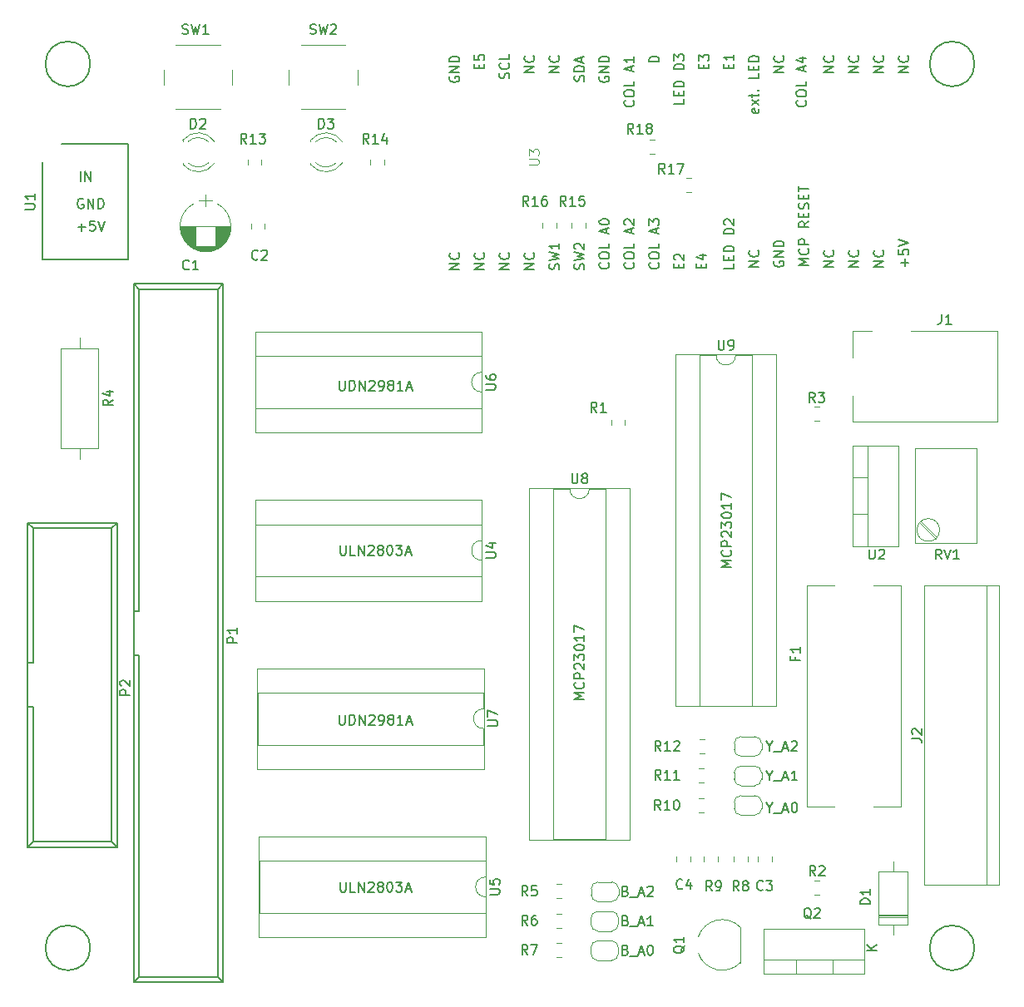
<source format=gbr>
G04 #@! TF.GenerationSoftware,KiCad,Pcbnew,(5.1.5-0-10_14)*
G04 #@! TF.CreationDate,2020-06-17T20:56:16+02:00*
G04 #@! TF.ProjectId,LAWO_ESP32,4c41574f-5f45-4535-9033-322e6b696361,rev?*
G04 #@! TF.SameCoordinates,Original*
G04 #@! TF.FileFunction,Legend,Top*
G04 #@! TF.FilePolarity,Positive*
%FSLAX46Y46*%
G04 Gerber Fmt 4.6, Leading zero omitted, Abs format (unit mm)*
G04 Created by KiCad (PCBNEW (5.1.5-0-10_14)) date 2020-06-17 20:56:16*
%MOMM*%
%LPD*%
G04 APERTURE LIST*
%ADD10C,0.150000*%
%ADD11C,0.120000*%
%ADD12C,0.015000*%
G04 APERTURE END LIST*
D10*
X19034285Y-34615428D02*
X19796190Y-34615428D01*
X19415238Y-34996380D02*
X19415238Y-34234476D01*
X20748571Y-33996380D02*
X20272380Y-33996380D01*
X20224761Y-34472571D01*
X20272380Y-34424952D01*
X20367619Y-34377333D01*
X20605714Y-34377333D01*
X20700952Y-34424952D01*
X20748571Y-34472571D01*
X20796190Y-34567809D01*
X20796190Y-34805904D01*
X20748571Y-34901142D01*
X20700952Y-34948761D01*
X20605714Y-34996380D01*
X20367619Y-34996380D01*
X20272380Y-34948761D01*
X20224761Y-34901142D01*
X21081904Y-33996380D02*
X21415238Y-34996380D01*
X21748571Y-33996380D01*
X19558095Y-31758000D02*
X19462857Y-31710380D01*
X19320000Y-31710380D01*
X19177142Y-31758000D01*
X19081904Y-31853238D01*
X19034285Y-31948476D01*
X18986666Y-32138952D01*
X18986666Y-32281809D01*
X19034285Y-32472285D01*
X19081904Y-32567523D01*
X19177142Y-32662761D01*
X19320000Y-32710380D01*
X19415238Y-32710380D01*
X19558095Y-32662761D01*
X19605714Y-32615142D01*
X19605714Y-32281809D01*
X19415238Y-32281809D01*
X20034285Y-32710380D02*
X20034285Y-31710380D01*
X20605714Y-32710380D01*
X20605714Y-31710380D01*
X21081904Y-32710380D02*
X21081904Y-31710380D01*
X21320000Y-31710380D01*
X21462857Y-31758000D01*
X21558095Y-31853238D01*
X21605714Y-31948476D01*
X21653333Y-32138952D01*
X21653333Y-32281809D01*
X21605714Y-32472285D01*
X21558095Y-32567523D01*
X21462857Y-32662761D01*
X21320000Y-32710380D01*
X21081904Y-32710380D01*
X19288190Y-29916380D02*
X19288190Y-28916380D01*
X19764380Y-29916380D02*
X19764380Y-28916380D01*
X20335809Y-29916380D01*
X20335809Y-28916380D01*
X85542380Y-69246285D02*
X84542380Y-69246285D01*
X85256666Y-68912952D01*
X84542380Y-68579619D01*
X85542380Y-68579619D01*
X85447142Y-67532000D02*
X85494761Y-67579619D01*
X85542380Y-67722476D01*
X85542380Y-67817714D01*
X85494761Y-67960571D01*
X85399523Y-68055809D01*
X85304285Y-68103428D01*
X85113809Y-68151047D01*
X84970952Y-68151047D01*
X84780476Y-68103428D01*
X84685238Y-68055809D01*
X84590000Y-67960571D01*
X84542380Y-67817714D01*
X84542380Y-67722476D01*
X84590000Y-67579619D01*
X84637619Y-67532000D01*
X85542380Y-67103428D02*
X84542380Y-67103428D01*
X84542380Y-66722476D01*
X84590000Y-66627238D01*
X84637619Y-66579619D01*
X84732857Y-66532000D01*
X84875714Y-66532000D01*
X84970952Y-66579619D01*
X85018571Y-66627238D01*
X85066190Y-66722476D01*
X85066190Y-67103428D01*
X84637619Y-66151047D02*
X84590000Y-66103428D01*
X84542380Y-66008190D01*
X84542380Y-65770095D01*
X84590000Y-65674857D01*
X84637619Y-65627238D01*
X84732857Y-65579619D01*
X84828095Y-65579619D01*
X84970952Y-65627238D01*
X85542380Y-66198666D01*
X85542380Y-65579619D01*
X84542380Y-65246285D02*
X84542380Y-64627238D01*
X84923333Y-64960571D01*
X84923333Y-64817714D01*
X84970952Y-64722476D01*
X85018571Y-64674857D01*
X85113809Y-64627238D01*
X85351904Y-64627238D01*
X85447142Y-64674857D01*
X85494761Y-64722476D01*
X85542380Y-64817714D01*
X85542380Y-65103428D01*
X85494761Y-65198666D01*
X85447142Y-65246285D01*
X84542380Y-64008190D02*
X84542380Y-63912952D01*
X84590000Y-63817714D01*
X84637619Y-63770095D01*
X84732857Y-63722476D01*
X84923333Y-63674857D01*
X85161428Y-63674857D01*
X85351904Y-63722476D01*
X85447142Y-63770095D01*
X85494761Y-63817714D01*
X85542380Y-63912952D01*
X85542380Y-64008190D01*
X85494761Y-64103428D01*
X85447142Y-64151047D01*
X85351904Y-64198666D01*
X85161428Y-64246285D01*
X84923333Y-64246285D01*
X84732857Y-64198666D01*
X84637619Y-64151047D01*
X84590000Y-64103428D01*
X84542380Y-64008190D01*
X85542380Y-62722476D02*
X85542380Y-63293904D01*
X85542380Y-63008190D02*
X84542380Y-63008190D01*
X84685238Y-63103428D01*
X84780476Y-63198666D01*
X84828095Y-63293904D01*
X84542380Y-62389142D02*
X84542380Y-61722476D01*
X85542380Y-62151047D01*
X70556380Y-82708285D02*
X69556380Y-82708285D01*
X70270666Y-82374952D01*
X69556380Y-82041619D01*
X70556380Y-82041619D01*
X70461142Y-80994000D02*
X70508761Y-81041619D01*
X70556380Y-81184476D01*
X70556380Y-81279714D01*
X70508761Y-81422571D01*
X70413523Y-81517809D01*
X70318285Y-81565428D01*
X70127809Y-81613047D01*
X69984952Y-81613047D01*
X69794476Y-81565428D01*
X69699238Y-81517809D01*
X69604000Y-81422571D01*
X69556380Y-81279714D01*
X69556380Y-81184476D01*
X69604000Y-81041619D01*
X69651619Y-80994000D01*
X70556380Y-80565428D02*
X69556380Y-80565428D01*
X69556380Y-80184476D01*
X69604000Y-80089238D01*
X69651619Y-80041619D01*
X69746857Y-79994000D01*
X69889714Y-79994000D01*
X69984952Y-80041619D01*
X70032571Y-80089238D01*
X70080190Y-80184476D01*
X70080190Y-80565428D01*
X69651619Y-79613047D02*
X69604000Y-79565428D01*
X69556380Y-79470190D01*
X69556380Y-79232095D01*
X69604000Y-79136857D01*
X69651619Y-79089238D01*
X69746857Y-79041619D01*
X69842095Y-79041619D01*
X69984952Y-79089238D01*
X70556380Y-79660666D01*
X70556380Y-79041619D01*
X69556380Y-78708285D02*
X69556380Y-78089238D01*
X69937333Y-78422571D01*
X69937333Y-78279714D01*
X69984952Y-78184476D01*
X70032571Y-78136857D01*
X70127809Y-78089238D01*
X70365904Y-78089238D01*
X70461142Y-78136857D01*
X70508761Y-78184476D01*
X70556380Y-78279714D01*
X70556380Y-78565428D01*
X70508761Y-78660666D01*
X70461142Y-78708285D01*
X69556380Y-77470190D02*
X69556380Y-77374952D01*
X69604000Y-77279714D01*
X69651619Y-77232095D01*
X69746857Y-77184476D01*
X69937333Y-77136857D01*
X70175428Y-77136857D01*
X70365904Y-77184476D01*
X70461142Y-77232095D01*
X70508761Y-77279714D01*
X70556380Y-77374952D01*
X70556380Y-77470190D01*
X70508761Y-77565428D01*
X70461142Y-77613047D01*
X70365904Y-77660666D01*
X70175428Y-77708285D01*
X69937333Y-77708285D01*
X69746857Y-77660666D01*
X69651619Y-77613047D01*
X69604000Y-77565428D01*
X69556380Y-77470190D01*
X70556380Y-76184476D02*
X70556380Y-76755904D01*
X70556380Y-76470190D02*
X69556380Y-76470190D01*
X69699238Y-76565428D01*
X69794476Y-76660666D01*
X69842095Y-76755904D01*
X69556380Y-75851142D02*
X69556380Y-75184476D01*
X70556380Y-75613047D01*
X45633142Y-84288380D02*
X45633142Y-85097904D01*
X45680761Y-85193142D01*
X45728380Y-85240761D01*
X45823619Y-85288380D01*
X46014095Y-85288380D01*
X46109333Y-85240761D01*
X46156952Y-85193142D01*
X46204571Y-85097904D01*
X46204571Y-84288380D01*
X46680761Y-85288380D02*
X46680761Y-84288380D01*
X46918857Y-84288380D01*
X47061714Y-84336000D01*
X47156952Y-84431238D01*
X47204571Y-84526476D01*
X47252190Y-84716952D01*
X47252190Y-84859809D01*
X47204571Y-85050285D01*
X47156952Y-85145523D01*
X47061714Y-85240761D01*
X46918857Y-85288380D01*
X46680761Y-85288380D01*
X47680761Y-85288380D02*
X47680761Y-84288380D01*
X48252190Y-85288380D01*
X48252190Y-84288380D01*
X48680761Y-84383619D02*
X48728380Y-84336000D01*
X48823619Y-84288380D01*
X49061714Y-84288380D01*
X49156952Y-84336000D01*
X49204571Y-84383619D01*
X49252190Y-84478857D01*
X49252190Y-84574095D01*
X49204571Y-84716952D01*
X48633142Y-85288380D01*
X49252190Y-85288380D01*
X49728380Y-85288380D02*
X49918857Y-85288380D01*
X50014095Y-85240761D01*
X50061714Y-85193142D01*
X50156952Y-85050285D01*
X50204571Y-84859809D01*
X50204571Y-84478857D01*
X50156952Y-84383619D01*
X50109333Y-84336000D01*
X50014095Y-84288380D01*
X49823619Y-84288380D01*
X49728380Y-84336000D01*
X49680761Y-84383619D01*
X49633142Y-84478857D01*
X49633142Y-84716952D01*
X49680761Y-84812190D01*
X49728380Y-84859809D01*
X49823619Y-84907428D01*
X50014095Y-84907428D01*
X50109333Y-84859809D01*
X50156952Y-84812190D01*
X50204571Y-84716952D01*
X50776000Y-84716952D02*
X50680761Y-84669333D01*
X50633142Y-84621714D01*
X50585523Y-84526476D01*
X50585523Y-84478857D01*
X50633142Y-84383619D01*
X50680761Y-84336000D01*
X50776000Y-84288380D01*
X50966476Y-84288380D01*
X51061714Y-84336000D01*
X51109333Y-84383619D01*
X51156952Y-84478857D01*
X51156952Y-84526476D01*
X51109333Y-84621714D01*
X51061714Y-84669333D01*
X50966476Y-84716952D01*
X50776000Y-84716952D01*
X50680761Y-84764571D01*
X50633142Y-84812190D01*
X50585523Y-84907428D01*
X50585523Y-85097904D01*
X50633142Y-85193142D01*
X50680761Y-85240761D01*
X50776000Y-85288380D01*
X50966476Y-85288380D01*
X51061714Y-85240761D01*
X51109333Y-85193142D01*
X51156952Y-85097904D01*
X51156952Y-84907428D01*
X51109333Y-84812190D01*
X51061714Y-84764571D01*
X50966476Y-84716952D01*
X52109333Y-85288380D02*
X51537904Y-85288380D01*
X51823619Y-85288380D02*
X51823619Y-84288380D01*
X51728380Y-84431238D01*
X51633142Y-84526476D01*
X51537904Y-84574095D01*
X52490285Y-85002666D02*
X52966476Y-85002666D01*
X52395047Y-85288380D02*
X52728380Y-84288380D01*
X53061714Y-85288380D01*
X45633142Y-50252380D02*
X45633142Y-51061904D01*
X45680761Y-51157142D01*
X45728380Y-51204761D01*
X45823619Y-51252380D01*
X46014095Y-51252380D01*
X46109333Y-51204761D01*
X46156952Y-51157142D01*
X46204571Y-51061904D01*
X46204571Y-50252380D01*
X46680761Y-51252380D02*
X46680761Y-50252380D01*
X46918857Y-50252380D01*
X47061714Y-50300000D01*
X47156952Y-50395238D01*
X47204571Y-50490476D01*
X47252190Y-50680952D01*
X47252190Y-50823809D01*
X47204571Y-51014285D01*
X47156952Y-51109523D01*
X47061714Y-51204761D01*
X46918857Y-51252380D01*
X46680761Y-51252380D01*
X47680761Y-51252380D02*
X47680761Y-50252380D01*
X48252190Y-51252380D01*
X48252190Y-50252380D01*
X48680761Y-50347619D02*
X48728380Y-50300000D01*
X48823619Y-50252380D01*
X49061714Y-50252380D01*
X49156952Y-50300000D01*
X49204571Y-50347619D01*
X49252190Y-50442857D01*
X49252190Y-50538095D01*
X49204571Y-50680952D01*
X48633142Y-51252380D01*
X49252190Y-51252380D01*
X49728380Y-51252380D02*
X49918857Y-51252380D01*
X50014095Y-51204761D01*
X50061714Y-51157142D01*
X50156952Y-51014285D01*
X50204571Y-50823809D01*
X50204571Y-50442857D01*
X50156952Y-50347619D01*
X50109333Y-50300000D01*
X50014095Y-50252380D01*
X49823619Y-50252380D01*
X49728380Y-50300000D01*
X49680761Y-50347619D01*
X49633142Y-50442857D01*
X49633142Y-50680952D01*
X49680761Y-50776190D01*
X49728380Y-50823809D01*
X49823619Y-50871428D01*
X50014095Y-50871428D01*
X50109333Y-50823809D01*
X50156952Y-50776190D01*
X50204571Y-50680952D01*
X50776000Y-50680952D02*
X50680761Y-50633333D01*
X50633142Y-50585714D01*
X50585523Y-50490476D01*
X50585523Y-50442857D01*
X50633142Y-50347619D01*
X50680761Y-50300000D01*
X50776000Y-50252380D01*
X50966476Y-50252380D01*
X51061714Y-50300000D01*
X51109333Y-50347619D01*
X51156952Y-50442857D01*
X51156952Y-50490476D01*
X51109333Y-50585714D01*
X51061714Y-50633333D01*
X50966476Y-50680952D01*
X50776000Y-50680952D01*
X50680761Y-50728571D01*
X50633142Y-50776190D01*
X50585523Y-50871428D01*
X50585523Y-51061904D01*
X50633142Y-51157142D01*
X50680761Y-51204761D01*
X50776000Y-51252380D01*
X50966476Y-51252380D01*
X51061714Y-51204761D01*
X51109333Y-51157142D01*
X51156952Y-51061904D01*
X51156952Y-50871428D01*
X51109333Y-50776190D01*
X51061714Y-50728571D01*
X50966476Y-50680952D01*
X52109333Y-51252380D02*
X51537904Y-51252380D01*
X51823619Y-51252380D02*
X51823619Y-50252380D01*
X51728380Y-50395238D01*
X51633142Y-50490476D01*
X51537904Y-50538095D01*
X52490285Y-50966666D02*
X52966476Y-50966666D01*
X52395047Y-51252380D02*
X52728380Y-50252380D01*
X53061714Y-51252380D01*
X45728380Y-101306380D02*
X45728380Y-102115904D01*
X45776000Y-102211142D01*
X45823619Y-102258761D01*
X45918857Y-102306380D01*
X46109333Y-102306380D01*
X46204571Y-102258761D01*
X46252190Y-102211142D01*
X46299809Y-102115904D01*
X46299809Y-101306380D01*
X47252190Y-102306380D02*
X46776000Y-102306380D01*
X46776000Y-101306380D01*
X47585523Y-102306380D02*
X47585523Y-101306380D01*
X48156952Y-102306380D01*
X48156952Y-101306380D01*
X48585523Y-101401619D02*
X48633142Y-101354000D01*
X48728380Y-101306380D01*
X48966476Y-101306380D01*
X49061714Y-101354000D01*
X49109333Y-101401619D01*
X49156952Y-101496857D01*
X49156952Y-101592095D01*
X49109333Y-101734952D01*
X48537904Y-102306380D01*
X49156952Y-102306380D01*
X49728380Y-101734952D02*
X49633142Y-101687333D01*
X49585523Y-101639714D01*
X49537904Y-101544476D01*
X49537904Y-101496857D01*
X49585523Y-101401619D01*
X49633142Y-101354000D01*
X49728380Y-101306380D01*
X49918857Y-101306380D01*
X50014095Y-101354000D01*
X50061714Y-101401619D01*
X50109333Y-101496857D01*
X50109333Y-101544476D01*
X50061714Y-101639714D01*
X50014095Y-101687333D01*
X49918857Y-101734952D01*
X49728380Y-101734952D01*
X49633142Y-101782571D01*
X49585523Y-101830190D01*
X49537904Y-101925428D01*
X49537904Y-102115904D01*
X49585523Y-102211142D01*
X49633142Y-102258761D01*
X49728380Y-102306380D01*
X49918857Y-102306380D01*
X50014095Y-102258761D01*
X50061714Y-102211142D01*
X50109333Y-102115904D01*
X50109333Y-101925428D01*
X50061714Y-101830190D01*
X50014095Y-101782571D01*
X49918857Y-101734952D01*
X50728380Y-101306380D02*
X50823619Y-101306380D01*
X50918857Y-101354000D01*
X50966476Y-101401619D01*
X51014095Y-101496857D01*
X51061714Y-101687333D01*
X51061714Y-101925428D01*
X51014095Y-102115904D01*
X50966476Y-102211142D01*
X50918857Y-102258761D01*
X50823619Y-102306380D01*
X50728380Y-102306380D01*
X50633142Y-102258761D01*
X50585523Y-102211142D01*
X50537904Y-102115904D01*
X50490285Y-101925428D01*
X50490285Y-101687333D01*
X50537904Y-101496857D01*
X50585523Y-101401619D01*
X50633142Y-101354000D01*
X50728380Y-101306380D01*
X51395047Y-101306380D02*
X52014095Y-101306380D01*
X51680761Y-101687333D01*
X51823619Y-101687333D01*
X51918857Y-101734952D01*
X51966476Y-101782571D01*
X52014095Y-101877809D01*
X52014095Y-102115904D01*
X51966476Y-102211142D01*
X51918857Y-102258761D01*
X51823619Y-102306380D01*
X51537904Y-102306380D01*
X51442666Y-102258761D01*
X51395047Y-102211142D01*
X52395047Y-102020666D02*
X52871238Y-102020666D01*
X52299809Y-102306380D02*
X52633142Y-101306380D01*
X52966476Y-102306380D01*
X45728380Y-67016380D02*
X45728380Y-67825904D01*
X45776000Y-67921142D01*
X45823619Y-67968761D01*
X45918857Y-68016380D01*
X46109333Y-68016380D01*
X46204571Y-67968761D01*
X46252190Y-67921142D01*
X46299809Y-67825904D01*
X46299809Y-67016380D01*
X47252190Y-68016380D02*
X46776000Y-68016380D01*
X46776000Y-67016380D01*
X47585523Y-68016380D02*
X47585523Y-67016380D01*
X48156952Y-68016380D01*
X48156952Y-67016380D01*
X48585523Y-67111619D02*
X48633142Y-67064000D01*
X48728380Y-67016380D01*
X48966476Y-67016380D01*
X49061714Y-67064000D01*
X49109333Y-67111619D01*
X49156952Y-67206857D01*
X49156952Y-67302095D01*
X49109333Y-67444952D01*
X48537904Y-68016380D01*
X49156952Y-68016380D01*
X49728380Y-67444952D02*
X49633142Y-67397333D01*
X49585523Y-67349714D01*
X49537904Y-67254476D01*
X49537904Y-67206857D01*
X49585523Y-67111619D01*
X49633142Y-67064000D01*
X49728380Y-67016380D01*
X49918857Y-67016380D01*
X50014095Y-67064000D01*
X50061714Y-67111619D01*
X50109333Y-67206857D01*
X50109333Y-67254476D01*
X50061714Y-67349714D01*
X50014095Y-67397333D01*
X49918857Y-67444952D01*
X49728380Y-67444952D01*
X49633142Y-67492571D01*
X49585523Y-67540190D01*
X49537904Y-67635428D01*
X49537904Y-67825904D01*
X49585523Y-67921142D01*
X49633142Y-67968761D01*
X49728380Y-68016380D01*
X49918857Y-68016380D01*
X50014095Y-67968761D01*
X50061714Y-67921142D01*
X50109333Y-67825904D01*
X50109333Y-67635428D01*
X50061714Y-67540190D01*
X50014095Y-67492571D01*
X49918857Y-67444952D01*
X50728380Y-67016380D02*
X50823619Y-67016380D01*
X50918857Y-67064000D01*
X50966476Y-67111619D01*
X51014095Y-67206857D01*
X51061714Y-67397333D01*
X51061714Y-67635428D01*
X51014095Y-67825904D01*
X50966476Y-67921142D01*
X50918857Y-67968761D01*
X50823619Y-68016380D01*
X50728380Y-68016380D01*
X50633142Y-67968761D01*
X50585523Y-67921142D01*
X50537904Y-67825904D01*
X50490285Y-67635428D01*
X50490285Y-67397333D01*
X50537904Y-67206857D01*
X50585523Y-67111619D01*
X50633142Y-67064000D01*
X50728380Y-67016380D01*
X51395047Y-67016380D02*
X52014095Y-67016380D01*
X51680761Y-67397333D01*
X51823619Y-67397333D01*
X51918857Y-67444952D01*
X51966476Y-67492571D01*
X52014095Y-67587809D01*
X52014095Y-67825904D01*
X51966476Y-67921142D01*
X51918857Y-67968761D01*
X51823619Y-68016380D01*
X51537904Y-68016380D01*
X51442666Y-67968761D01*
X51395047Y-67921142D01*
X52395047Y-67730666D02*
X52871238Y-67730666D01*
X52299809Y-68016380D02*
X52633142Y-67016380D01*
X52966476Y-68016380D01*
X78081142Y-38226761D02*
X78128761Y-38274380D01*
X78176380Y-38417238D01*
X78176380Y-38512476D01*
X78128761Y-38655333D01*
X78033523Y-38750571D01*
X77938285Y-38798190D01*
X77747809Y-38845809D01*
X77604952Y-38845809D01*
X77414476Y-38798190D01*
X77319238Y-38750571D01*
X77224000Y-38655333D01*
X77176380Y-38512476D01*
X77176380Y-38417238D01*
X77224000Y-38274380D01*
X77271619Y-38226761D01*
X77176380Y-37607714D02*
X77176380Y-37417238D01*
X77224000Y-37322000D01*
X77319238Y-37226761D01*
X77509714Y-37179142D01*
X77843047Y-37179142D01*
X78033523Y-37226761D01*
X78128761Y-37322000D01*
X78176380Y-37417238D01*
X78176380Y-37607714D01*
X78128761Y-37702952D01*
X78033523Y-37798190D01*
X77843047Y-37845809D01*
X77509714Y-37845809D01*
X77319238Y-37798190D01*
X77224000Y-37702952D01*
X77176380Y-37607714D01*
X78176380Y-36274380D02*
X78176380Y-36750571D01*
X77176380Y-36750571D01*
X77890666Y-35226761D02*
X77890666Y-34750571D01*
X78176380Y-35322000D02*
X77176380Y-34988666D01*
X78176380Y-34655333D01*
X77176380Y-34417238D02*
X77176380Y-33798190D01*
X77557333Y-34131523D01*
X77557333Y-33988666D01*
X77604952Y-33893428D01*
X77652571Y-33845809D01*
X77747809Y-33798190D01*
X77985904Y-33798190D01*
X78081142Y-33845809D01*
X78128761Y-33893428D01*
X78176380Y-33988666D01*
X78176380Y-34274380D01*
X78128761Y-34369619D01*
X78081142Y-34417238D01*
X75541142Y-38226761D02*
X75588761Y-38274380D01*
X75636380Y-38417238D01*
X75636380Y-38512476D01*
X75588761Y-38655333D01*
X75493523Y-38750571D01*
X75398285Y-38798190D01*
X75207809Y-38845809D01*
X75064952Y-38845809D01*
X74874476Y-38798190D01*
X74779238Y-38750571D01*
X74684000Y-38655333D01*
X74636380Y-38512476D01*
X74636380Y-38417238D01*
X74684000Y-38274380D01*
X74731619Y-38226761D01*
X74636380Y-37607714D02*
X74636380Y-37417238D01*
X74684000Y-37322000D01*
X74779238Y-37226761D01*
X74969714Y-37179142D01*
X75303047Y-37179142D01*
X75493523Y-37226761D01*
X75588761Y-37322000D01*
X75636380Y-37417238D01*
X75636380Y-37607714D01*
X75588761Y-37702952D01*
X75493523Y-37798190D01*
X75303047Y-37845809D01*
X74969714Y-37845809D01*
X74779238Y-37798190D01*
X74684000Y-37702952D01*
X74636380Y-37607714D01*
X75636380Y-36274380D02*
X75636380Y-36750571D01*
X74636380Y-36750571D01*
X75350666Y-35226761D02*
X75350666Y-34750571D01*
X75636380Y-35322000D02*
X74636380Y-34988666D01*
X75636380Y-34655333D01*
X74731619Y-34369619D02*
X74684000Y-34322000D01*
X74636380Y-34226761D01*
X74636380Y-33988666D01*
X74684000Y-33893428D01*
X74731619Y-33845809D01*
X74826857Y-33798190D01*
X74922095Y-33798190D01*
X75064952Y-33845809D01*
X75636380Y-34417238D01*
X75636380Y-33798190D01*
X73001142Y-38226761D02*
X73048761Y-38274380D01*
X73096380Y-38417238D01*
X73096380Y-38512476D01*
X73048761Y-38655333D01*
X72953523Y-38750571D01*
X72858285Y-38798190D01*
X72667809Y-38845809D01*
X72524952Y-38845809D01*
X72334476Y-38798190D01*
X72239238Y-38750571D01*
X72144000Y-38655333D01*
X72096380Y-38512476D01*
X72096380Y-38417238D01*
X72144000Y-38274380D01*
X72191619Y-38226761D01*
X72096380Y-37607714D02*
X72096380Y-37417238D01*
X72144000Y-37322000D01*
X72239238Y-37226761D01*
X72429714Y-37179142D01*
X72763047Y-37179142D01*
X72953523Y-37226761D01*
X73048761Y-37322000D01*
X73096380Y-37417238D01*
X73096380Y-37607714D01*
X73048761Y-37702952D01*
X72953523Y-37798190D01*
X72763047Y-37845809D01*
X72429714Y-37845809D01*
X72239238Y-37798190D01*
X72144000Y-37702952D01*
X72096380Y-37607714D01*
X73096380Y-36274380D02*
X73096380Y-36750571D01*
X72096380Y-36750571D01*
X72810666Y-35226761D02*
X72810666Y-34750571D01*
X73096380Y-35322000D02*
X72096380Y-34988666D01*
X73096380Y-34655333D01*
X72096380Y-34131523D02*
X72096380Y-34036285D01*
X72144000Y-33941047D01*
X72191619Y-33893428D01*
X72286857Y-33845809D01*
X72477333Y-33798190D01*
X72715428Y-33798190D01*
X72905904Y-33845809D01*
X73001142Y-33893428D01*
X73048761Y-33941047D01*
X73096380Y-34036285D01*
X73096380Y-34131523D01*
X73048761Y-34226761D01*
X73001142Y-34274380D01*
X72905904Y-34322000D01*
X72715428Y-34369619D01*
X72477333Y-34369619D01*
X72286857Y-34322000D01*
X72191619Y-34274380D01*
X72144000Y-34226761D01*
X72096380Y-34131523D01*
X70508761Y-38925333D02*
X70556380Y-38782476D01*
X70556380Y-38544380D01*
X70508761Y-38449142D01*
X70461142Y-38401523D01*
X70365904Y-38353904D01*
X70270666Y-38353904D01*
X70175428Y-38401523D01*
X70127809Y-38449142D01*
X70080190Y-38544380D01*
X70032571Y-38734857D01*
X69984952Y-38830095D01*
X69937333Y-38877714D01*
X69842095Y-38925333D01*
X69746857Y-38925333D01*
X69651619Y-38877714D01*
X69604000Y-38830095D01*
X69556380Y-38734857D01*
X69556380Y-38496761D01*
X69604000Y-38353904D01*
X69556380Y-38020571D02*
X70556380Y-37782476D01*
X69842095Y-37592000D01*
X70556380Y-37401523D01*
X69556380Y-37163428D01*
X69651619Y-36830095D02*
X69604000Y-36782476D01*
X69556380Y-36687238D01*
X69556380Y-36449142D01*
X69604000Y-36353904D01*
X69651619Y-36306285D01*
X69746857Y-36258666D01*
X69842095Y-36258666D01*
X69984952Y-36306285D01*
X70556380Y-36877714D01*
X70556380Y-36258666D01*
X67968761Y-38925333D02*
X68016380Y-38782476D01*
X68016380Y-38544380D01*
X67968761Y-38449142D01*
X67921142Y-38401523D01*
X67825904Y-38353904D01*
X67730666Y-38353904D01*
X67635428Y-38401523D01*
X67587809Y-38449142D01*
X67540190Y-38544380D01*
X67492571Y-38734857D01*
X67444952Y-38830095D01*
X67397333Y-38877714D01*
X67302095Y-38925333D01*
X67206857Y-38925333D01*
X67111619Y-38877714D01*
X67064000Y-38830095D01*
X67016380Y-38734857D01*
X67016380Y-38496761D01*
X67064000Y-38353904D01*
X67016380Y-38020571D02*
X68016380Y-37782476D01*
X67302095Y-37592000D01*
X68016380Y-37401523D01*
X67016380Y-37163428D01*
X68016380Y-36258666D02*
X68016380Y-36830095D01*
X68016380Y-36544380D02*
X67016380Y-36544380D01*
X67159238Y-36639619D01*
X67254476Y-36734857D01*
X67302095Y-36830095D01*
X80192571Y-38790476D02*
X80192571Y-38457142D01*
X80716380Y-38314285D02*
X80716380Y-38790476D01*
X79716380Y-38790476D01*
X79716380Y-38314285D01*
X79811619Y-37933333D02*
X79764000Y-37885714D01*
X79716380Y-37790476D01*
X79716380Y-37552380D01*
X79764000Y-37457142D01*
X79811619Y-37409523D01*
X79906857Y-37361904D01*
X80002095Y-37361904D01*
X80144952Y-37409523D01*
X80716380Y-37980952D01*
X80716380Y-37361904D01*
X82478571Y-38790476D02*
X82478571Y-38457142D01*
X83002380Y-38314285D02*
X83002380Y-38790476D01*
X82002380Y-38790476D01*
X82002380Y-38314285D01*
X82335714Y-37457142D02*
X83002380Y-37457142D01*
X81954761Y-37695238D02*
X82669047Y-37933333D01*
X82669047Y-37314285D01*
X65476380Y-38885714D02*
X64476380Y-38885714D01*
X65476380Y-38314285D01*
X64476380Y-38314285D01*
X65381142Y-37266666D02*
X65428761Y-37314285D01*
X65476380Y-37457142D01*
X65476380Y-37552380D01*
X65428761Y-37695238D01*
X65333523Y-37790476D01*
X65238285Y-37838095D01*
X65047809Y-37885714D01*
X64904952Y-37885714D01*
X64714476Y-37838095D01*
X64619238Y-37790476D01*
X64524000Y-37695238D01*
X64476380Y-37552380D01*
X64476380Y-37457142D01*
X64524000Y-37314285D01*
X64571619Y-37266666D01*
X62936380Y-38885714D02*
X61936380Y-38885714D01*
X62936380Y-38314285D01*
X61936380Y-38314285D01*
X62841142Y-37266666D02*
X62888761Y-37314285D01*
X62936380Y-37457142D01*
X62936380Y-37552380D01*
X62888761Y-37695238D01*
X62793523Y-37790476D01*
X62698285Y-37838095D01*
X62507809Y-37885714D01*
X62364952Y-37885714D01*
X62174476Y-37838095D01*
X62079238Y-37790476D01*
X61984000Y-37695238D01*
X61936380Y-37552380D01*
X61936380Y-37457142D01*
X61984000Y-37314285D01*
X62031619Y-37266666D01*
X60396380Y-38885714D02*
X59396380Y-38885714D01*
X60396380Y-38314285D01*
X59396380Y-38314285D01*
X60301142Y-37266666D02*
X60348761Y-37314285D01*
X60396380Y-37457142D01*
X60396380Y-37552380D01*
X60348761Y-37695238D01*
X60253523Y-37790476D01*
X60158285Y-37838095D01*
X59967809Y-37885714D01*
X59824952Y-37885714D01*
X59634476Y-37838095D01*
X59539238Y-37790476D01*
X59444000Y-37695238D01*
X59396380Y-37552380D01*
X59396380Y-37457142D01*
X59444000Y-37314285D01*
X59491619Y-37266666D01*
X57856380Y-38885714D02*
X56856380Y-38885714D01*
X57856380Y-38314285D01*
X56856380Y-38314285D01*
X57761142Y-37266666D02*
X57808761Y-37314285D01*
X57856380Y-37457142D01*
X57856380Y-37552380D01*
X57808761Y-37695238D01*
X57713523Y-37790476D01*
X57618285Y-37838095D01*
X57427809Y-37885714D01*
X57284952Y-37885714D01*
X57094476Y-37838095D01*
X56999238Y-37790476D01*
X56904000Y-37695238D01*
X56856380Y-37552380D01*
X56856380Y-37457142D01*
X56904000Y-37314285D01*
X56951619Y-37266666D01*
X85796380Y-38322000D02*
X85796380Y-38798190D01*
X84796380Y-38798190D01*
X85272571Y-37988666D02*
X85272571Y-37655333D01*
X85796380Y-37512476D02*
X85796380Y-37988666D01*
X84796380Y-37988666D01*
X84796380Y-37512476D01*
X85796380Y-37083904D02*
X84796380Y-37083904D01*
X84796380Y-36845809D01*
X84844000Y-36702952D01*
X84939238Y-36607714D01*
X85034476Y-36560095D01*
X85224952Y-36512476D01*
X85367809Y-36512476D01*
X85558285Y-36560095D01*
X85653523Y-36607714D01*
X85748761Y-36702952D01*
X85796380Y-36845809D01*
X85796380Y-37083904D01*
X85796380Y-35322000D02*
X84796380Y-35322000D01*
X84796380Y-35083904D01*
X84844000Y-34941047D01*
X84939238Y-34845809D01*
X85034476Y-34798190D01*
X85224952Y-34750571D01*
X85367809Y-34750571D01*
X85558285Y-34798190D01*
X85653523Y-34845809D01*
X85748761Y-34941047D01*
X85796380Y-35083904D01*
X85796380Y-35322000D01*
X84891619Y-34369619D02*
X84844000Y-34322000D01*
X84796380Y-34226761D01*
X84796380Y-33988666D01*
X84844000Y-33893428D01*
X84891619Y-33845809D01*
X84986857Y-33798190D01*
X85082095Y-33798190D01*
X85224952Y-33845809D01*
X85796380Y-34417238D01*
X85796380Y-33798190D01*
X80716380Y-21558000D02*
X80716380Y-22034190D01*
X79716380Y-22034190D01*
X80192571Y-21224666D02*
X80192571Y-20891333D01*
X80716380Y-20748476D02*
X80716380Y-21224666D01*
X79716380Y-21224666D01*
X79716380Y-20748476D01*
X80716380Y-20319904D02*
X79716380Y-20319904D01*
X79716380Y-20081809D01*
X79764000Y-19938952D01*
X79859238Y-19843714D01*
X79954476Y-19796095D01*
X80144952Y-19748476D01*
X80287809Y-19748476D01*
X80478285Y-19796095D01*
X80573523Y-19843714D01*
X80668761Y-19938952D01*
X80716380Y-20081809D01*
X80716380Y-20319904D01*
X80716380Y-18558000D02*
X79716380Y-18558000D01*
X79716380Y-18319904D01*
X79764000Y-18177047D01*
X79859238Y-18081809D01*
X79954476Y-18034190D01*
X80144952Y-17986571D01*
X80287809Y-17986571D01*
X80478285Y-18034190D01*
X80573523Y-18081809D01*
X80668761Y-18177047D01*
X80716380Y-18319904D01*
X80716380Y-18558000D01*
X79716380Y-17653238D02*
X79716380Y-17034190D01*
X80097333Y-17367523D01*
X80097333Y-17224666D01*
X80144952Y-17129428D01*
X80192571Y-17081809D01*
X80287809Y-17034190D01*
X80525904Y-17034190D01*
X80621142Y-17081809D01*
X80668761Y-17129428D01*
X80716380Y-17224666D01*
X80716380Y-17510380D01*
X80668761Y-17605619D01*
X80621142Y-17653238D01*
X56904000Y-19303904D02*
X56856380Y-19399142D01*
X56856380Y-19542000D01*
X56904000Y-19684857D01*
X56999238Y-19780095D01*
X57094476Y-19827714D01*
X57284952Y-19875333D01*
X57427809Y-19875333D01*
X57618285Y-19827714D01*
X57713523Y-19780095D01*
X57808761Y-19684857D01*
X57856380Y-19542000D01*
X57856380Y-19446761D01*
X57808761Y-19303904D01*
X57761142Y-19256285D01*
X57427809Y-19256285D01*
X57427809Y-19446761D01*
X57856380Y-18827714D02*
X56856380Y-18827714D01*
X57856380Y-18256285D01*
X56856380Y-18256285D01*
X57856380Y-17780095D02*
X56856380Y-17780095D01*
X56856380Y-17542000D01*
X56904000Y-17399142D01*
X56999238Y-17303904D01*
X57094476Y-17256285D01*
X57284952Y-17208666D01*
X57427809Y-17208666D01*
X57618285Y-17256285D01*
X57713523Y-17303904D01*
X57808761Y-17399142D01*
X57856380Y-17542000D01*
X57856380Y-17780095D01*
X59872571Y-18470476D02*
X59872571Y-18137142D01*
X60396380Y-17994285D02*
X60396380Y-18470476D01*
X59396380Y-18470476D01*
X59396380Y-17994285D01*
X59396380Y-17089523D02*
X59396380Y-17565714D01*
X59872571Y-17613333D01*
X59824952Y-17565714D01*
X59777333Y-17470476D01*
X59777333Y-17232380D01*
X59824952Y-17137142D01*
X59872571Y-17089523D01*
X59967809Y-17041904D01*
X60205904Y-17041904D01*
X60301142Y-17089523D01*
X60348761Y-17137142D01*
X60396380Y-17232380D01*
X60396380Y-17470476D01*
X60348761Y-17565714D01*
X60301142Y-17613333D01*
X62888761Y-19478476D02*
X62936380Y-19335619D01*
X62936380Y-19097523D01*
X62888761Y-19002285D01*
X62841142Y-18954666D01*
X62745904Y-18907047D01*
X62650666Y-18907047D01*
X62555428Y-18954666D01*
X62507809Y-19002285D01*
X62460190Y-19097523D01*
X62412571Y-19288000D01*
X62364952Y-19383238D01*
X62317333Y-19430857D01*
X62222095Y-19478476D01*
X62126857Y-19478476D01*
X62031619Y-19430857D01*
X61984000Y-19383238D01*
X61936380Y-19288000D01*
X61936380Y-19049904D01*
X61984000Y-18907047D01*
X62841142Y-17907047D02*
X62888761Y-17954666D01*
X62936380Y-18097523D01*
X62936380Y-18192761D01*
X62888761Y-18335619D01*
X62793523Y-18430857D01*
X62698285Y-18478476D01*
X62507809Y-18526095D01*
X62364952Y-18526095D01*
X62174476Y-18478476D01*
X62079238Y-18430857D01*
X61984000Y-18335619D01*
X61936380Y-18192761D01*
X61936380Y-18097523D01*
X61984000Y-17954666D01*
X62031619Y-17907047D01*
X62936380Y-17002285D02*
X62936380Y-17478476D01*
X61936380Y-17478476D01*
X65476380Y-18819714D02*
X64476380Y-18819714D01*
X65476380Y-18248285D01*
X64476380Y-18248285D01*
X65381142Y-17200666D02*
X65428761Y-17248285D01*
X65476380Y-17391142D01*
X65476380Y-17486380D01*
X65428761Y-17629238D01*
X65333523Y-17724476D01*
X65238285Y-17772095D01*
X65047809Y-17819714D01*
X64904952Y-17819714D01*
X64714476Y-17772095D01*
X64619238Y-17724476D01*
X64524000Y-17629238D01*
X64476380Y-17486380D01*
X64476380Y-17391142D01*
X64524000Y-17248285D01*
X64571619Y-17200666D01*
X68016380Y-18819714D02*
X67016380Y-18819714D01*
X68016380Y-18248285D01*
X67016380Y-18248285D01*
X67921142Y-17200666D02*
X67968761Y-17248285D01*
X68016380Y-17391142D01*
X68016380Y-17486380D01*
X67968761Y-17629238D01*
X67873523Y-17724476D01*
X67778285Y-17772095D01*
X67587809Y-17819714D01*
X67444952Y-17819714D01*
X67254476Y-17772095D01*
X67159238Y-17724476D01*
X67064000Y-17629238D01*
X67016380Y-17486380D01*
X67016380Y-17391142D01*
X67064000Y-17248285D01*
X67111619Y-17200666D01*
X70508761Y-19756285D02*
X70556380Y-19613428D01*
X70556380Y-19375333D01*
X70508761Y-19280095D01*
X70461142Y-19232476D01*
X70365904Y-19184857D01*
X70270666Y-19184857D01*
X70175428Y-19232476D01*
X70127809Y-19280095D01*
X70080190Y-19375333D01*
X70032571Y-19565809D01*
X69984952Y-19661047D01*
X69937333Y-19708666D01*
X69842095Y-19756285D01*
X69746857Y-19756285D01*
X69651619Y-19708666D01*
X69604000Y-19661047D01*
X69556380Y-19565809D01*
X69556380Y-19327714D01*
X69604000Y-19184857D01*
X70556380Y-18756285D02*
X69556380Y-18756285D01*
X69556380Y-18518190D01*
X69604000Y-18375333D01*
X69699238Y-18280095D01*
X69794476Y-18232476D01*
X69984952Y-18184857D01*
X70127809Y-18184857D01*
X70318285Y-18232476D01*
X70413523Y-18280095D01*
X70508761Y-18375333D01*
X70556380Y-18518190D01*
X70556380Y-18756285D01*
X70270666Y-17803904D02*
X70270666Y-17327714D01*
X70556380Y-17899142D02*
X69556380Y-17565809D01*
X70556380Y-17232476D01*
X72144000Y-19303904D02*
X72096380Y-19399142D01*
X72096380Y-19542000D01*
X72144000Y-19684857D01*
X72239238Y-19780095D01*
X72334476Y-19827714D01*
X72524952Y-19875333D01*
X72667809Y-19875333D01*
X72858285Y-19827714D01*
X72953523Y-19780095D01*
X73048761Y-19684857D01*
X73096380Y-19542000D01*
X73096380Y-19446761D01*
X73048761Y-19303904D01*
X73001142Y-19256285D01*
X72667809Y-19256285D01*
X72667809Y-19446761D01*
X73096380Y-18827714D02*
X72096380Y-18827714D01*
X73096380Y-18256285D01*
X72096380Y-18256285D01*
X73096380Y-17780095D02*
X72096380Y-17780095D01*
X72096380Y-17542000D01*
X72144000Y-17399142D01*
X72239238Y-17303904D01*
X72334476Y-17256285D01*
X72524952Y-17208666D01*
X72667809Y-17208666D01*
X72858285Y-17256285D01*
X72953523Y-17303904D01*
X73048761Y-17399142D01*
X73096380Y-17542000D01*
X73096380Y-17780095D01*
X75541142Y-21716761D02*
X75588761Y-21764380D01*
X75636380Y-21907238D01*
X75636380Y-22002476D01*
X75588761Y-22145333D01*
X75493523Y-22240571D01*
X75398285Y-22288190D01*
X75207809Y-22335809D01*
X75064952Y-22335809D01*
X74874476Y-22288190D01*
X74779238Y-22240571D01*
X74684000Y-22145333D01*
X74636380Y-22002476D01*
X74636380Y-21907238D01*
X74684000Y-21764380D01*
X74731619Y-21716761D01*
X74636380Y-21097714D02*
X74636380Y-20907238D01*
X74684000Y-20812000D01*
X74779238Y-20716761D01*
X74969714Y-20669142D01*
X75303047Y-20669142D01*
X75493523Y-20716761D01*
X75588761Y-20812000D01*
X75636380Y-20907238D01*
X75636380Y-21097714D01*
X75588761Y-21192952D01*
X75493523Y-21288190D01*
X75303047Y-21335809D01*
X74969714Y-21335809D01*
X74779238Y-21288190D01*
X74684000Y-21192952D01*
X74636380Y-21097714D01*
X75636380Y-19764380D02*
X75636380Y-20240571D01*
X74636380Y-20240571D01*
X75350666Y-18716761D02*
X75350666Y-18240571D01*
X75636380Y-18812000D02*
X74636380Y-18478666D01*
X75636380Y-18145333D01*
X75636380Y-17288190D02*
X75636380Y-17859619D01*
X75636380Y-17573904D02*
X74636380Y-17573904D01*
X74779238Y-17669142D01*
X74874476Y-17764380D01*
X74922095Y-17859619D01*
X78176380Y-17787904D02*
X77176380Y-17787904D01*
X77176380Y-17549809D01*
X77224000Y-17406952D01*
X77319238Y-17311714D01*
X77414476Y-17264095D01*
X77604952Y-17216476D01*
X77747809Y-17216476D01*
X77938285Y-17264095D01*
X78033523Y-17311714D01*
X78128761Y-17406952D01*
X78176380Y-17549809D01*
X78176380Y-17787904D01*
X82732571Y-18470476D02*
X82732571Y-18137142D01*
X83256380Y-17994285D02*
X83256380Y-18470476D01*
X82256380Y-18470476D01*
X82256380Y-17994285D01*
X82256380Y-17660952D02*
X82256380Y-17041904D01*
X82637333Y-17375238D01*
X82637333Y-17232380D01*
X82684952Y-17137142D01*
X82732571Y-17089523D01*
X82827809Y-17041904D01*
X83065904Y-17041904D01*
X83161142Y-17089523D01*
X83208761Y-17137142D01*
X83256380Y-17232380D01*
X83256380Y-17518095D01*
X83208761Y-17613333D01*
X83161142Y-17660952D01*
X85272571Y-18470476D02*
X85272571Y-18137142D01*
X85796380Y-17994285D02*
X85796380Y-18470476D01*
X84796380Y-18470476D01*
X84796380Y-17994285D01*
X85796380Y-17041904D02*
X85796380Y-17613333D01*
X85796380Y-17327619D02*
X84796380Y-17327619D01*
X84939238Y-17422857D01*
X85034476Y-17518095D01*
X85082095Y-17613333D01*
X88288761Y-22542190D02*
X88336380Y-22637428D01*
X88336380Y-22827904D01*
X88288761Y-22923142D01*
X88193523Y-22970761D01*
X87812571Y-22970761D01*
X87717333Y-22923142D01*
X87669714Y-22827904D01*
X87669714Y-22637428D01*
X87717333Y-22542190D01*
X87812571Y-22494571D01*
X87907809Y-22494571D01*
X88003047Y-22970761D01*
X88336380Y-22161238D02*
X87669714Y-21637428D01*
X87669714Y-22161238D02*
X88336380Y-21637428D01*
X87669714Y-21399333D02*
X87669714Y-21018380D01*
X87336380Y-21256476D02*
X88193523Y-21256476D01*
X88288761Y-21208857D01*
X88336380Y-21113619D01*
X88336380Y-21018380D01*
X88241142Y-20685047D02*
X88288761Y-20637428D01*
X88336380Y-20685047D01*
X88288761Y-20732666D01*
X88241142Y-20685047D01*
X88336380Y-20685047D01*
X88336380Y-18970761D02*
X88336380Y-19446952D01*
X87336380Y-19446952D01*
X87812571Y-18637428D02*
X87812571Y-18304095D01*
X88336380Y-18161238D02*
X88336380Y-18637428D01*
X87336380Y-18637428D01*
X87336380Y-18161238D01*
X88336380Y-17732666D02*
X87336380Y-17732666D01*
X87336380Y-17494571D01*
X87384000Y-17351714D01*
X87479238Y-17256476D01*
X87574476Y-17208857D01*
X87764952Y-17161238D01*
X87907809Y-17161238D01*
X88098285Y-17208857D01*
X88193523Y-17256476D01*
X88288761Y-17351714D01*
X88336380Y-17494571D01*
X88336380Y-17732666D01*
X90876380Y-18819714D02*
X89876380Y-18819714D01*
X90876380Y-18248285D01*
X89876380Y-18248285D01*
X90781142Y-17200666D02*
X90828761Y-17248285D01*
X90876380Y-17391142D01*
X90876380Y-17486380D01*
X90828761Y-17629238D01*
X90733523Y-17724476D01*
X90638285Y-17772095D01*
X90447809Y-17819714D01*
X90304952Y-17819714D01*
X90114476Y-17772095D01*
X90019238Y-17724476D01*
X89924000Y-17629238D01*
X89876380Y-17486380D01*
X89876380Y-17391142D01*
X89924000Y-17248285D01*
X89971619Y-17200666D01*
X93067142Y-21716761D02*
X93114761Y-21764380D01*
X93162380Y-21907238D01*
X93162380Y-22002476D01*
X93114761Y-22145333D01*
X93019523Y-22240571D01*
X92924285Y-22288190D01*
X92733809Y-22335809D01*
X92590952Y-22335809D01*
X92400476Y-22288190D01*
X92305238Y-22240571D01*
X92210000Y-22145333D01*
X92162380Y-22002476D01*
X92162380Y-21907238D01*
X92210000Y-21764380D01*
X92257619Y-21716761D01*
X92162380Y-21097714D02*
X92162380Y-20907238D01*
X92210000Y-20812000D01*
X92305238Y-20716761D01*
X92495714Y-20669142D01*
X92829047Y-20669142D01*
X93019523Y-20716761D01*
X93114761Y-20812000D01*
X93162380Y-20907238D01*
X93162380Y-21097714D01*
X93114761Y-21192952D01*
X93019523Y-21288190D01*
X92829047Y-21335809D01*
X92495714Y-21335809D01*
X92305238Y-21288190D01*
X92210000Y-21192952D01*
X92162380Y-21097714D01*
X93162380Y-19764380D02*
X93162380Y-20240571D01*
X92162380Y-20240571D01*
X92876666Y-18716761D02*
X92876666Y-18240571D01*
X93162380Y-18812000D02*
X92162380Y-18478666D01*
X93162380Y-18145333D01*
X92495714Y-17383428D02*
X93162380Y-17383428D01*
X92114761Y-17621523D02*
X92829047Y-17859619D01*
X92829047Y-17240571D01*
X95956380Y-18819714D02*
X94956380Y-18819714D01*
X95956380Y-18248285D01*
X94956380Y-18248285D01*
X95861142Y-17200666D02*
X95908761Y-17248285D01*
X95956380Y-17391142D01*
X95956380Y-17486380D01*
X95908761Y-17629238D01*
X95813523Y-17724476D01*
X95718285Y-17772095D01*
X95527809Y-17819714D01*
X95384952Y-17819714D01*
X95194476Y-17772095D01*
X95099238Y-17724476D01*
X95004000Y-17629238D01*
X94956380Y-17486380D01*
X94956380Y-17391142D01*
X95004000Y-17248285D01*
X95051619Y-17200666D01*
X98496380Y-18819714D02*
X97496380Y-18819714D01*
X98496380Y-18248285D01*
X97496380Y-18248285D01*
X98401142Y-17200666D02*
X98448761Y-17248285D01*
X98496380Y-17391142D01*
X98496380Y-17486380D01*
X98448761Y-17629238D01*
X98353523Y-17724476D01*
X98258285Y-17772095D01*
X98067809Y-17819714D01*
X97924952Y-17819714D01*
X97734476Y-17772095D01*
X97639238Y-17724476D01*
X97544000Y-17629238D01*
X97496380Y-17486380D01*
X97496380Y-17391142D01*
X97544000Y-17248285D01*
X97591619Y-17200666D01*
X101036380Y-18819714D02*
X100036380Y-18819714D01*
X101036380Y-18248285D01*
X100036380Y-18248285D01*
X100941142Y-17200666D02*
X100988761Y-17248285D01*
X101036380Y-17391142D01*
X101036380Y-17486380D01*
X100988761Y-17629238D01*
X100893523Y-17724476D01*
X100798285Y-17772095D01*
X100607809Y-17819714D01*
X100464952Y-17819714D01*
X100274476Y-17772095D01*
X100179238Y-17724476D01*
X100084000Y-17629238D01*
X100036380Y-17486380D01*
X100036380Y-17391142D01*
X100084000Y-17248285D01*
X100131619Y-17200666D01*
X103576380Y-18819714D02*
X102576380Y-18819714D01*
X103576380Y-18248285D01*
X102576380Y-18248285D01*
X103481142Y-17200666D02*
X103528761Y-17248285D01*
X103576380Y-17391142D01*
X103576380Y-17486380D01*
X103528761Y-17629238D01*
X103433523Y-17724476D01*
X103338285Y-17772095D01*
X103147809Y-17819714D01*
X103004952Y-17819714D01*
X102814476Y-17772095D01*
X102719238Y-17724476D01*
X102624000Y-17629238D01*
X102576380Y-17486380D01*
X102576380Y-17391142D01*
X102624000Y-17248285D01*
X102671619Y-17200666D01*
X88336380Y-38631714D02*
X87336380Y-38631714D01*
X88336380Y-38060285D01*
X87336380Y-38060285D01*
X88241142Y-37012666D02*
X88288761Y-37060285D01*
X88336380Y-37203142D01*
X88336380Y-37298380D01*
X88288761Y-37441238D01*
X88193523Y-37536476D01*
X88098285Y-37584095D01*
X87907809Y-37631714D01*
X87764952Y-37631714D01*
X87574476Y-37584095D01*
X87479238Y-37536476D01*
X87384000Y-37441238D01*
X87336380Y-37298380D01*
X87336380Y-37203142D01*
X87384000Y-37060285D01*
X87431619Y-37012666D01*
X89924000Y-38099904D02*
X89876380Y-38195142D01*
X89876380Y-38338000D01*
X89924000Y-38480857D01*
X90019238Y-38576095D01*
X90114476Y-38623714D01*
X90304952Y-38671333D01*
X90447809Y-38671333D01*
X90638285Y-38623714D01*
X90733523Y-38576095D01*
X90828761Y-38480857D01*
X90876380Y-38338000D01*
X90876380Y-38242761D01*
X90828761Y-38099904D01*
X90781142Y-38052285D01*
X90447809Y-38052285D01*
X90447809Y-38242761D01*
X90876380Y-37623714D02*
X89876380Y-37623714D01*
X90876380Y-37052285D01*
X89876380Y-37052285D01*
X90876380Y-36576095D02*
X89876380Y-36576095D01*
X89876380Y-36338000D01*
X89924000Y-36195142D01*
X90019238Y-36099904D01*
X90114476Y-36052285D01*
X90304952Y-36004666D01*
X90447809Y-36004666D01*
X90638285Y-36052285D01*
X90733523Y-36099904D01*
X90828761Y-36195142D01*
X90876380Y-36338000D01*
X90876380Y-36576095D01*
X93416380Y-38520190D02*
X92416380Y-38520190D01*
X93130666Y-38186857D01*
X92416380Y-37853523D01*
X93416380Y-37853523D01*
X93321142Y-36805904D02*
X93368761Y-36853523D01*
X93416380Y-36996380D01*
X93416380Y-37091619D01*
X93368761Y-37234476D01*
X93273523Y-37329714D01*
X93178285Y-37377333D01*
X92987809Y-37424952D01*
X92844952Y-37424952D01*
X92654476Y-37377333D01*
X92559238Y-37329714D01*
X92464000Y-37234476D01*
X92416380Y-37091619D01*
X92416380Y-36996380D01*
X92464000Y-36853523D01*
X92511619Y-36805904D01*
X93416380Y-36377333D02*
X92416380Y-36377333D01*
X92416380Y-35996380D01*
X92464000Y-35901142D01*
X92511619Y-35853523D01*
X92606857Y-35805904D01*
X92749714Y-35805904D01*
X92844952Y-35853523D01*
X92892571Y-35901142D01*
X92940190Y-35996380D01*
X92940190Y-36377333D01*
X93416380Y-34044000D02*
X92940190Y-34377333D01*
X93416380Y-34615428D02*
X92416380Y-34615428D01*
X92416380Y-34234476D01*
X92464000Y-34139238D01*
X92511619Y-34091619D01*
X92606857Y-34044000D01*
X92749714Y-34044000D01*
X92844952Y-34091619D01*
X92892571Y-34139238D01*
X92940190Y-34234476D01*
X92940190Y-34615428D01*
X92892571Y-33615428D02*
X92892571Y-33282095D01*
X93416380Y-33139238D02*
X93416380Y-33615428D01*
X92416380Y-33615428D01*
X92416380Y-33139238D01*
X93368761Y-32758285D02*
X93416380Y-32615428D01*
X93416380Y-32377333D01*
X93368761Y-32282095D01*
X93321142Y-32234476D01*
X93225904Y-32186857D01*
X93130666Y-32186857D01*
X93035428Y-32234476D01*
X92987809Y-32282095D01*
X92940190Y-32377333D01*
X92892571Y-32567809D01*
X92844952Y-32663047D01*
X92797333Y-32710666D01*
X92702095Y-32758285D01*
X92606857Y-32758285D01*
X92511619Y-32710666D01*
X92464000Y-32663047D01*
X92416380Y-32567809D01*
X92416380Y-32329714D01*
X92464000Y-32186857D01*
X92892571Y-31758285D02*
X92892571Y-31424952D01*
X93416380Y-31282095D02*
X93416380Y-31758285D01*
X92416380Y-31758285D01*
X92416380Y-31282095D01*
X92416380Y-30996380D02*
X92416380Y-30424952D01*
X93416380Y-30710666D02*
X92416380Y-30710666D01*
X95956380Y-38631714D02*
X94956380Y-38631714D01*
X95956380Y-38060285D01*
X94956380Y-38060285D01*
X95861142Y-37012666D02*
X95908761Y-37060285D01*
X95956380Y-37203142D01*
X95956380Y-37298380D01*
X95908761Y-37441238D01*
X95813523Y-37536476D01*
X95718285Y-37584095D01*
X95527809Y-37631714D01*
X95384952Y-37631714D01*
X95194476Y-37584095D01*
X95099238Y-37536476D01*
X95004000Y-37441238D01*
X94956380Y-37298380D01*
X94956380Y-37203142D01*
X95004000Y-37060285D01*
X95051619Y-37012666D01*
X98496380Y-38631714D02*
X97496380Y-38631714D01*
X98496380Y-38060285D01*
X97496380Y-38060285D01*
X98401142Y-37012666D02*
X98448761Y-37060285D01*
X98496380Y-37203142D01*
X98496380Y-37298380D01*
X98448761Y-37441238D01*
X98353523Y-37536476D01*
X98258285Y-37584095D01*
X98067809Y-37631714D01*
X97924952Y-37631714D01*
X97734476Y-37584095D01*
X97639238Y-37536476D01*
X97544000Y-37441238D01*
X97496380Y-37298380D01*
X97496380Y-37203142D01*
X97544000Y-37060285D01*
X97591619Y-37012666D01*
X101036380Y-38631714D02*
X100036380Y-38631714D01*
X101036380Y-38060285D01*
X100036380Y-38060285D01*
X100941142Y-37012666D02*
X100988761Y-37060285D01*
X101036380Y-37203142D01*
X101036380Y-37298380D01*
X100988761Y-37441238D01*
X100893523Y-37536476D01*
X100798285Y-37584095D01*
X100607809Y-37631714D01*
X100464952Y-37631714D01*
X100274476Y-37584095D01*
X100179238Y-37536476D01*
X100084000Y-37441238D01*
X100036380Y-37298380D01*
X100036380Y-37203142D01*
X100084000Y-37060285D01*
X100131619Y-37012666D01*
X103195428Y-38623714D02*
X103195428Y-37861809D01*
X103576380Y-38242761D02*
X102814476Y-38242761D01*
X102576380Y-36909428D02*
X102576380Y-37385619D01*
X103052571Y-37433238D01*
X103004952Y-37385619D01*
X102957333Y-37290380D01*
X102957333Y-37052285D01*
X103004952Y-36957047D01*
X103052571Y-36909428D01*
X103147809Y-36861809D01*
X103385904Y-36861809D01*
X103481142Y-36909428D01*
X103528761Y-36957047D01*
X103576380Y-37052285D01*
X103576380Y-37290380D01*
X103528761Y-37385619D01*
X103481142Y-37433238D01*
X102576380Y-36576095D02*
X103576380Y-36242761D01*
X102576380Y-35909428D01*
D11*
X75218000Y-61198000D02*
X64938000Y-61198000D01*
X75218000Y-96998000D02*
X75218000Y-61198000D01*
X64938000Y-96998000D02*
X75218000Y-96998000D01*
X64938000Y-61198000D02*
X64938000Y-96998000D01*
X72728000Y-61258000D02*
X71078000Y-61258000D01*
X72728000Y-96938000D02*
X72728000Y-61258000D01*
X67428000Y-96938000D02*
X72728000Y-96938000D01*
X67428000Y-61258000D02*
X67428000Y-96938000D01*
X69078000Y-61258000D02*
X67428000Y-61258000D01*
X71078000Y-61258000D02*
G75*
G02X69078000Y-61258000I-1000000J0D01*
G01*
X86433684Y-105887555D02*
G75*
G03X82156000Y-106916000I-1827684J-1808445D01*
G01*
X86447741Y-109507875D02*
G75*
G02X82156000Y-108516000I-1841741J1811875D01*
G01*
X86456000Y-109496000D02*
X86456000Y-105896000D01*
X77211422Y-27126000D02*
X77728578Y-27126000D01*
X77211422Y-25706000D02*
X77728578Y-25706000D01*
X81462378Y-29630300D02*
X80945222Y-29630300D01*
X81462378Y-31050300D02*
X80945222Y-31050300D01*
X66290000Y-34179322D02*
X66290000Y-34696478D01*
X67710000Y-34179322D02*
X67710000Y-34696478D01*
X69292400Y-34171122D02*
X69292400Y-34688278D01*
X70712400Y-34171122D02*
X70712400Y-34688278D01*
X48790000Y-27741422D02*
X48790000Y-28258578D01*
X50210000Y-27741422D02*
X50210000Y-28258578D01*
X42710000Y-28080000D02*
X42710000Y-28236000D01*
X42710000Y-25764000D02*
X42710000Y-25920000D01*
X45311130Y-28079837D02*
G75*
G02X43229039Y-28080000I-1041130J1079837D01*
G01*
X45311130Y-25920163D02*
G75*
G03X43229039Y-25920000I-1041130J-1079837D01*
G01*
X45942335Y-28078608D02*
G75*
G02X42710000Y-28235516I-1672335J1078608D01*
G01*
X45942335Y-25921392D02*
G75*
G03X42710000Y-25764484I-1672335J-1078608D01*
G01*
X37710000Y-28258578D02*
X37710000Y-27741422D01*
X36290000Y-28258578D02*
X36290000Y-27741422D01*
X29710000Y-28080000D02*
X29710000Y-28236000D01*
X29710000Y-25764000D02*
X29710000Y-25920000D01*
X32311130Y-28079837D02*
G75*
G02X30229039Y-28080000I-1041130J1079837D01*
G01*
X32311130Y-25920163D02*
G75*
G03X30229039Y-25920000I-1041130J-1079837D01*
G01*
X32942335Y-28078608D02*
G75*
G02X29710000Y-28235516I-1672335J1078608D01*
G01*
X32942335Y-25921392D02*
G75*
G03X29710000Y-25764484I-1672335J-1078608D01*
G01*
X46244000Y-16090000D02*
X41744000Y-16090000D01*
X47494000Y-20090000D02*
X47494000Y-18590000D01*
X41744000Y-22590000D02*
X46244000Y-22590000D01*
X40494000Y-18590000D02*
X40494000Y-20090000D01*
X33500000Y-16090000D02*
X29000000Y-16090000D01*
X34750000Y-20090000D02*
X34750000Y-18590000D01*
X29000000Y-22590000D02*
X33500000Y-22590000D01*
X27750000Y-18590000D02*
X27750000Y-20090000D01*
X90118000Y-47598000D02*
X79838000Y-47598000D01*
X90118000Y-83398000D02*
X90118000Y-47598000D01*
X79838000Y-83398000D02*
X90118000Y-83398000D01*
X79838000Y-47598000D02*
X79838000Y-83398000D01*
X87628000Y-47658000D02*
X85978000Y-47658000D01*
X87628000Y-83338000D02*
X87628000Y-47658000D01*
X82328000Y-83338000D02*
X87628000Y-83338000D01*
X82328000Y-47658000D02*
X82328000Y-83338000D01*
X83978000Y-47658000D02*
X82328000Y-47658000D01*
X85978000Y-47658000D02*
G75*
G02X83978000Y-47658000I-1000000J0D01*
G01*
X33183723Y-36833722D02*
G75*
G03X33184000Y-32222420I-1179723J2305722D01*
G01*
X30824277Y-36833722D02*
G75*
G02X30824000Y-32222420I1179723J2305722D01*
G01*
X30824277Y-36833722D02*
G75*
G03X33184000Y-36833580I1179723J2305722D01*
G01*
X34554000Y-34528000D02*
X29454000Y-34528000D01*
X34554000Y-34568000D02*
X32984000Y-34568000D01*
X31024000Y-34568000D02*
X29454000Y-34568000D01*
X34553000Y-34608000D02*
X32984000Y-34608000D01*
X31024000Y-34608000D02*
X29455000Y-34608000D01*
X34552000Y-34648000D02*
X32984000Y-34648000D01*
X31024000Y-34648000D02*
X29456000Y-34648000D01*
X34550000Y-34688000D02*
X32984000Y-34688000D01*
X31024000Y-34688000D02*
X29458000Y-34688000D01*
X34547000Y-34728000D02*
X32984000Y-34728000D01*
X31024000Y-34728000D02*
X29461000Y-34728000D01*
X34543000Y-34768000D02*
X32984000Y-34768000D01*
X31024000Y-34768000D02*
X29465000Y-34768000D01*
X34539000Y-34808000D02*
X32984000Y-34808000D01*
X31024000Y-34808000D02*
X29469000Y-34808000D01*
X34535000Y-34848000D02*
X32984000Y-34848000D01*
X31024000Y-34848000D02*
X29473000Y-34848000D01*
X34529000Y-34888000D02*
X32984000Y-34888000D01*
X31024000Y-34888000D02*
X29479000Y-34888000D01*
X34523000Y-34928000D02*
X32984000Y-34928000D01*
X31024000Y-34928000D02*
X29485000Y-34928000D01*
X34517000Y-34968000D02*
X32984000Y-34968000D01*
X31024000Y-34968000D02*
X29491000Y-34968000D01*
X34510000Y-35008000D02*
X32984000Y-35008000D01*
X31024000Y-35008000D02*
X29498000Y-35008000D01*
X34502000Y-35048000D02*
X32984000Y-35048000D01*
X31024000Y-35048000D02*
X29506000Y-35048000D01*
X34493000Y-35088000D02*
X32984000Y-35088000D01*
X31024000Y-35088000D02*
X29515000Y-35088000D01*
X34484000Y-35128000D02*
X32984000Y-35128000D01*
X31024000Y-35128000D02*
X29524000Y-35128000D01*
X34474000Y-35168000D02*
X32984000Y-35168000D01*
X31024000Y-35168000D02*
X29534000Y-35168000D01*
X34464000Y-35208000D02*
X32984000Y-35208000D01*
X31024000Y-35208000D02*
X29544000Y-35208000D01*
X34452000Y-35249000D02*
X32984000Y-35249000D01*
X31024000Y-35249000D02*
X29556000Y-35249000D01*
X34440000Y-35289000D02*
X32984000Y-35289000D01*
X31024000Y-35289000D02*
X29568000Y-35289000D01*
X34428000Y-35329000D02*
X32984000Y-35329000D01*
X31024000Y-35329000D02*
X29580000Y-35329000D01*
X34414000Y-35369000D02*
X32984000Y-35369000D01*
X31024000Y-35369000D02*
X29594000Y-35369000D01*
X34400000Y-35409000D02*
X32984000Y-35409000D01*
X31024000Y-35409000D02*
X29608000Y-35409000D01*
X34386000Y-35449000D02*
X32984000Y-35449000D01*
X31024000Y-35449000D02*
X29622000Y-35449000D01*
X34370000Y-35489000D02*
X32984000Y-35489000D01*
X31024000Y-35489000D02*
X29638000Y-35489000D01*
X34354000Y-35529000D02*
X32984000Y-35529000D01*
X31024000Y-35529000D02*
X29654000Y-35529000D01*
X34337000Y-35569000D02*
X32984000Y-35569000D01*
X31024000Y-35569000D02*
X29671000Y-35569000D01*
X34319000Y-35609000D02*
X32984000Y-35609000D01*
X31024000Y-35609000D02*
X29689000Y-35609000D01*
X34300000Y-35649000D02*
X32984000Y-35649000D01*
X31024000Y-35649000D02*
X29708000Y-35649000D01*
X34280000Y-35689000D02*
X32984000Y-35689000D01*
X31024000Y-35689000D02*
X29728000Y-35689000D01*
X34260000Y-35729000D02*
X32984000Y-35729000D01*
X31024000Y-35729000D02*
X29748000Y-35729000D01*
X34238000Y-35769000D02*
X32984000Y-35769000D01*
X31024000Y-35769000D02*
X29770000Y-35769000D01*
X34216000Y-35809000D02*
X32984000Y-35809000D01*
X31024000Y-35809000D02*
X29792000Y-35809000D01*
X34193000Y-35849000D02*
X32984000Y-35849000D01*
X31024000Y-35849000D02*
X29815000Y-35849000D01*
X34169000Y-35889000D02*
X32984000Y-35889000D01*
X31024000Y-35889000D02*
X29839000Y-35889000D01*
X34144000Y-35929000D02*
X32984000Y-35929000D01*
X31024000Y-35929000D02*
X29864000Y-35929000D01*
X34117000Y-35969000D02*
X32984000Y-35969000D01*
X31024000Y-35969000D02*
X29891000Y-35969000D01*
X34090000Y-36009000D02*
X32984000Y-36009000D01*
X31024000Y-36009000D02*
X29918000Y-36009000D01*
X34062000Y-36049000D02*
X32984000Y-36049000D01*
X31024000Y-36049000D02*
X29946000Y-36049000D01*
X34032000Y-36089000D02*
X32984000Y-36089000D01*
X31024000Y-36089000D02*
X29976000Y-36089000D01*
X34001000Y-36129000D02*
X32984000Y-36129000D01*
X31024000Y-36129000D02*
X30007000Y-36129000D01*
X33969000Y-36169000D02*
X32984000Y-36169000D01*
X31024000Y-36169000D02*
X30039000Y-36169000D01*
X33936000Y-36209000D02*
X32984000Y-36209000D01*
X31024000Y-36209000D02*
X30072000Y-36209000D01*
X33901000Y-36249000D02*
X32984000Y-36249000D01*
X31024000Y-36249000D02*
X30107000Y-36249000D01*
X33865000Y-36289000D02*
X32984000Y-36289000D01*
X31024000Y-36289000D02*
X30143000Y-36289000D01*
X33827000Y-36329000D02*
X32984000Y-36329000D01*
X31024000Y-36329000D02*
X30181000Y-36329000D01*
X33787000Y-36369000D02*
X32984000Y-36369000D01*
X31024000Y-36369000D02*
X30221000Y-36369000D01*
X33746000Y-36409000D02*
X32984000Y-36409000D01*
X31024000Y-36409000D02*
X30262000Y-36409000D01*
X33703000Y-36449000D02*
X32984000Y-36449000D01*
X31024000Y-36449000D02*
X30305000Y-36449000D01*
X33658000Y-36489000D02*
X32984000Y-36489000D01*
X31024000Y-36489000D02*
X30350000Y-36489000D01*
X33610000Y-36529000D02*
X30398000Y-36529000D01*
X33560000Y-36569000D02*
X30448000Y-36569000D01*
X33508000Y-36609000D02*
X30500000Y-36609000D01*
X33452000Y-36649000D02*
X30556000Y-36649000D01*
X33394000Y-36689000D02*
X30614000Y-36689000D01*
X33331000Y-36729000D02*
X30677000Y-36729000D01*
X33265000Y-36769000D02*
X30743000Y-36769000D01*
X33193000Y-36809000D02*
X30815000Y-36809000D01*
X33116000Y-36849000D02*
X30892000Y-36849000D01*
X33032000Y-36889000D02*
X30976000Y-36889000D01*
X32938000Y-36929000D02*
X31070000Y-36929000D01*
X32833000Y-36969000D02*
X31175000Y-36969000D01*
X32711000Y-37009000D02*
X31297000Y-37009000D01*
X32563000Y-37049000D02*
X31445000Y-37049000D01*
X32358000Y-37089000D02*
X31650000Y-37089000D01*
X32004000Y-31328000D02*
X32004000Y-32528000D01*
X32654000Y-31928000D02*
X31354000Y-31928000D01*
X100530000Y-104860000D02*
X103470000Y-104860000D01*
X100530000Y-104620000D02*
X103470000Y-104620000D01*
X100530000Y-104740000D02*
X103470000Y-104740000D01*
X102000000Y-99180000D02*
X102000000Y-100200000D01*
X102000000Y-106660000D02*
X102000000Y-105640000D01*
X100530000Y-100200000D02*
X100530000Y-105640000D01*
X103470000Y-100200000D02*
X100530000Y-100200000D01*
X103470000Y-105640000D02*
X103470000Y-100200000D01*
X100530000Y-105640000D02*
X103470000Y-105640000D01*
D10*
X24100000Y-37940000D02*
X15400000Y-37940000D01*
X24100000Y-26140000D02*
X24100000Y-37940000D01*
X17400000Y-26140000D02*
X24100000Y-26140000D01*
X15400000Y-28040000D02*
X15400000Y-37940000D01*
D11*
X92109000Y-110670000D02*
X92109000Y-109160000D01*
X95810000Y-110670000D02*
X95810000Y-109160000D01*
X99080000Y-109160000D02*
X88840000Y-109160000D01*
X88840000Y-110670000D02*
X88840000Y-106029000D01*
X99080000Y-110670000D02*
X99080000Y-106029000D01*
X99080000Y-106029000D02*
X88840000Y-106029000D01*
X99080000Y-110670000D02*
X88840000Y-110670000D01*
X60358000Y-89804700D02*
X60358000Y-79524700D01*
X37258000Y-89804700D02*
X60358000Y-89804700D01*
X37258000Y-79524700D02*
X37258000Y-89804700D01*
X60358000Y-79524700D02*
X37258000Y-79524700D01*
X60298000Y-87314700D02*
X60298000Y-85664700D01*
X37318000Y-87314700D02*
X60298000Y-87314700D01*
X37318000Y-82014700D02*
X37318000Y-87314700D01*
X60298000Y-82014700D02*
X37318000Y-82014700D01*
X60298000Y-83664700D02*
X60298000Y-82014700D01*
X60298000Y-85664700D02*
G75*
G02X60298000Y-83664700I0J1000000D01*
G01*
X60158000Y-55538000D02*
X60158000Y-45258000D01*
X37058000Y-55538000D02*
X60158000Y-55538000D01*
X37058000Y-45258000D02*
X37058000Y-55538000D01*
X60158000Y-45258000D02*
X37058000Y-45258000D01*
X60098000Y-53048000D02*
X60098000Y-51398000D01*
X37118000Y-53048000D02*
X60098000Y-53048000D01*
X37118000Y-47748000D02*
X37118000Y-53048000D01*
X60098000Y-47748000D02*
X37118000Y-47748000D01*
X60098000Y-49398000D02*
X60098000Y-47748000D01*
X60098000Y-51398000D02*
G75*
G02X60098000Y-49398000I0J1000000D01*
G01*
X60558000Y-106938000D02*
X60558000Y-96658000D01*
X37458000Y-106938000D02*
X60558000Y-106938000D01*
X37458000Y-96658000D02*
X37458000Y-106938000D01*
X60558000Y-96658000D02*
X37458000Y-96658000D01*
X60498000Y-104448000D02*
X60498000Y-102798000D01*
X37518000Y-104448000D02*
X60498000Y-104448000D01*
X37518000Y-99148000D02*
X37518000Y-104448000D01*
X60498000Y-99148000D02*
X37518000Y-99148000D01*
X60498000Y-100798000D02*
X60498000Y-99148000D01*
X60498000Y-102798000D02*
G75*
G02X60498000Y-100798000I0J1000000D01*
G01*
X60158000Y-72671300D02*
X60158000Y-62391300D01*
X37058000Y-72671300D02*
X60158000Y-72671300D01*
X37058000Y-62391300D02*
X37058000Y-72671300D01*
X60158000Y-62391300D02*
X37058000Y-62391300D01*
X60098000Y-70181300D02*
X60098000Y-68531300D01*
X37118000Y-70181300D02*
X60098000Y-70181300D01*
X37118000Y-64881300D02*
X37118000Y-70181300D01*
X60098000Y-64881300D02*
X37118000Y-64881300D01*
X60098000Y-66531300D02*
X60098000Y-64881300D01*
X60098000Y-68531300D02*
G75*
G02X60098000Y-66531300I0J1000000D01*
G01*
X97880000Y-67080000D02*
X97880000Y-56840000D01*
X102521000Y-67080000D02*
X102521000Y-56840000D01*
X97880000Y-67080000D02*
X102521000Y-67080000D01*
X97880000Y-56840000D02*
X102521000Y-56840000D01*
X99390000Y-67080000D02*
X99390000Y-56840000D01*
X97880000Y-63810000D02*
X99390000Y-63810000D01*
X97880000Y-60109000D02*
X99390000Y-60109000D01*
X94458578Y-52890000D02*
X93941422Y-52890000D01*
X94458578Y-54310000D02*
X93941422Y-54310000D01*
X93999422Y-102564000D02*
X94516578Y-102564000D01*
X93999422Y-101144000D02*
X94516578Y-101144000D01*
X74710000Y-54758578D02*
X74710000Y-54241422D01*
X73290000Y-54758578D02*
X73290000Y-54241422D01*
X106735000Y-65455000D02*
G75*
G03X106735000Y-65455000I-1155000J0D01*
G01*
X110470000Y-57135000D02*
X110470000Y-66785000D01*
X104250000Y-57135000D02*
X104250000Y-66785000D01*
X110470000Y-57135000D02*
X104250000Y-57135000D01*
X110470000Y-66785000D02*
X104250000Y-66785000D01*
X106314000Y-66331000D02*
X104704000Y-64720000D01*
X106455000Y-66191000D02*
X104845000Y-64579000D01*
X82788578Y-86778000D02*
X82271422Y-86778000D01*
X82788578Y-88198000D02*
X82271422Y-88198000D01*
X82726578Y-89721200D02*
X82209422Y-89721200D01*
X82726578Y-91141200D02*
X82209422Y-91141200D01*
X82726578Y-92778000D02*
X82209422Y-92778000D01*
X82726578Y-94198000D02*
X82209422Y-94198000D01*
X82758000Y-98729422D02*
X82758000Y-99246578D01*
X84178000Y-98729422D02*
X84178000Y-99246578D01*
X87178000Y-99246578D02*
X87178000Y-98729422D01*
X85758000Y-99246578D02*
X85758000Y-98729422D01*
X68226578Y-107528000D02*
X67709422Y-107528000D01*
X68226578Y-108948000D02*
X67709422Y-108948000D01*
X68226578Y-104528000D02*
X67709422Y-104528000D01*
X68226578Y-105948000D02*
X67709422Y-105948000D01*
X68226578Y-101528000D02*
X67709422Y-101528000D01*
X68226578Y-102948000D02*
X67709422Y-102948000D01*
X105190000Y-101540000D02*
X112810000Y-101540000D01*
X112810000Y-71060000D02*
X105190000Y-71060000D01*
X111540000Y-101540000D02*
X111540000Y-71060000D01*
X105190000Y-101540000D02*
X105190000Y-71060000D01*
X112810000Y-101540000D02*
X112810000Y-71060000D01*
X19200000Y-58200000D02*
X19200000Y-57090000D01*
X19200000Y-45840000D02*
X19200000Y-46950000D01*
X21120000Y-57090000D02*
X21120000Y-46950000D01*
X17280000Y-57090000D02*
X21120000Y-57090000D01*
X17280000Y-46950000D02*
X17280000Y-57090000D01*
X21120000Y-46950000D02*
X17280000Y-46950000D01*
D10*
X13920000Y-97740000D02*
X14470000Y-97180000D01*
X13920000Y-64720000D02*
X14470000Y-65260000D01*
X23020000Y-97740000D02*
X22470000Y-97180000D01*
X23020000Y-64720000D02*
X22470000Y-65260000D01*
X22470000Y-97180000D02*
X14470000Y-97180000D01*
X23020000Y-97740000D02*
X13920000Y-97740000D01*
X22470000Y-65260000D02*
X14470000Y-65260000D01*
X23020000Y-64720000D02*
X13920000Y-64720000D01*
X14470000Y-83480000D02*
X13920000Y-83480000D01*
X14470000Y-78980000D02*
X13920000Y-78980000D01*
X14470000Y-83480000D02*
X14470000Y-97180000D01*
X14470000Y-65260000D02*
X14470000Y-78980000D01*
X13920000Y-64720000D02*
X13920000Y-97740000D01*
X22470000Y-65260000D02*
X22470000Y-97180000D01*
X23020000Y-64720000D02*
X23020000Y-97740000D01*
X24720000Y-111506000D02*
X25270000Y-110946000D01*
X24720000Y-40386000D02*
X25270000Y-40926000D01*
X33820000Y-111506000D02*
X33270000Y-110946000D01*
X33820000Y-40386000D02*
X33270000Y-40926000D01*
X33270000Y-110946000D02*
X25270000Y-110946000D01*
X33820000Y-111506000D02*
X24720000Y-111506000D01*
X33270000Y-40926000D02*
X25270000Y-40926000D01*
X33820000Y-40386000D02*
X24720000Y-40386000D01*
X25270000Y-78196000D02*
X24720000Y-78196000D01*
X25270000Y-73696000D02*
X24720000Y-73696000D01*
X25270000Y-78196000D02*
X25270000Y-110946000D01*
X25270000Y-40926000D02*
X25270000Y-73696000D01*
X24720000Y-40386000D02*
X24720000Y-111506000D01*
X33270000Y-40926000D02*
X33270000Y-110946000D01*
X33820000Y-40386000D02*
X33820000Y-111506000D01*
X110286000Y-18000000D02*
G75*
G03X110286000Y-18000000I-2286000J0D01*
G01*
X110286000Y-108000000D02*
G75*
G03X110286000Y-108000000I-2286000J0D01*
G01*
X20286000Y-108000000D02*
G75*
G03X20286000Y-108000000I-2286000J0D01*
G01*
X20286000Y-18000000D02*
G75*
G03X20286000Y-18000000I-2286000J0D01*
G01*
D11*
X86518000Y-86488000D02*
X87918000Y-86488000D01*
X88618000Y-87188000D02*
X88618000Y-87788000D01*
X87918000Y-88488000D02*
X86518000Y-88488000D01*
X85818000Y-87788000D02*
X85818000Y-87188000D01*
X85818000Y-87188000D02*
G75*
G02X86518000Y-86488000I700000J0D01*
G01*
X86518000Y-88488000D02*
G75*
G02X85818000Y-87788000I0J700000D01*
G01*
X88618000Y-87788000D02*
G75*
G02X87918000Y-88488000I-700000J0D01*
G01*
X87918000Y-86488000D02*
G75*
G02X88618000Y-87188000I0J-700000D01*
G01*
X86518000Y-89488000D02*
X87918000Y-89488000D01*
X88618000Y-90188000D02*
X88618000Y-90788000D01*
X87918000Y-91488000D02*
X86518000Y-91488000D01*
X85818000Y-90788000D02*
X85818000Y-90188000D01*
X85818000Y-90188000D02*
G75*
G02X86518000Y-89488000I700000J0D01*
G01*
X86518000Y-91488000D02*
G75*
G02X85818000Y-90788000I0J700000D01*
G01*
X88618000Y-90788000D02*
G75*
G02X87918000Y-91488000I-700000J0D01*
G01*
X87918000Y-89488000D02*
G75*
G02X88618000Y-90188000I0J-700000D01*
G01*
X86518000Y-92488000D02*
X87918000Y-92488000D01*
X88618000Y-93188000D02*
X88618000Y-93788000D01*
X87918000Y-94488000D02*
X86518000Y-94488000D01*
X85818000Y-93788000D02*
X85818000Y-93188000D01*
X85818000Y-93188000D02*
G75*
G02X86518000Y-92488000I700000J0D01*
G01*
X86518000Y-94488000D02*
G75*
G02X85818000Y-93788000I0J700000D01*
G01*
X88618000Y-93788000D02*
G75*
G02X87918000Y-94488000I-700000J0D01*
G01*
X87918000Y-92488000D02*
G75*
G02X88618000Y-93188000I0J-700000D01*
G01*
X71940400Y-107288000D02*
X73340400Y-107288000D01*
X74040400Y-107988000D02*
X74040400Y-108588000D01*
X73340400Y-109288000D02*
X71940400Y-109288000D01*
X71240400Y-108588000D02*
X71240400Y-107988000D01*
X71240400Y-107988000D02*
G75*
G02X71940400Y-107288000I700000J0D01*
G01*
X71940400Y-109288000D02*
G75*
G02X71240400Y-108588000I0J700000D01*
G01*
X74040400Y-108588000D02*
G75*
G02X73340400Y-109288000I-700000J0D01*
G01*
X73340400Y-107288000D02*
G75*
G02X74040400Y-107988000I0J-700000D01*
G01*
X71940400Y-104288000D02*
X73340400Y-104288000D01*
X74040400Y-104988000D02*
X74040400Y-105588000D01*
X73340400Y-106288000D02*
X71940400Y-106288000D01*
X71240400Y-105588000D02*
X71240400Y-104988000D01*
X71240400Y-104988000D02*
G75*
G02X71940400Y-104288000I700000J0D01*
G01*
X71940400Y-106288000D02*
G75*
G02X71240400Y-105588000I0J700000D01*
G01*
X74040400Y-105588000D02*
G75*
G02X73340400Y-106288000I-700000J0D01*
G01*
X73340400Y-104288000D02*
G75*
G02X74040400Y-104988000I0J-700000D01*
G01*
X71965800Y-101288000D02*
X73365800Y-101288000D01*
X74065800Y-101988000D02*
X74065800Y-102588000D01*
X73365800Y-103288000D02*
X71965800Y-103288000D01*
X71265800Y-102588000D02*
X71265800Y-101988000D01*
X71265800Y-101988000D02*
G75*
G02X71965800Y-101288000I700000J0D01*
G01*
X71965800Y-103288000D02*
G75*
G02X71265800Y-102588000I0J700000D01*
G01*
X74065800Y-102588000D02*
G75*
G02X73365800Y-103288000I-700000J0D01*
G01*
X73365800Y-101288000D02*
G75*
G02X74065800Y-101988000I0J-700000D01*
G01*
X103806000Y-45184000D02*
X112606000Y-45184000D01*
X112606000Y-45184000D02*
X112606000Y-54384000D01*
X97906000Y-47884000D02*
X97906000Y-45184000D01*
X97906000Y-45184000D02*
X99806000Y-45184000D01*
X112606000Y-54384000D02*
X97906000Y-54384000D01*
X97906000Y-54384000D02*
X97906000Y-51784000D01*
X93200000Y-93620000D02*
X96000000Y-93620000D01*
X100000000Y-93620000D02*
X102800000Y-93620000D01*
X100000000Y-71120000D02*
X102800000Y-71120000D01*
X102800000Y-71120000D02*
X102800000Y-93620000D01*
X93200000Y-71120000D02*
X93200000Y-93620000D01*
X93200000Y-71120000D02*
X96000000Y-71120000D01*
X38048000Y-34805252D02*
X38048000Y-34282748D01*
X36628000Y-34805252D02*
X36628000Y-34282748D01*
X81385600Y-99249252D02*
X81385600Y-98726748D01*
X79965600Y-99249252D02*
X79965600Y-98726748D01*
X89678000Y-99249252D02*
X89678000Y-98726748D01*
X88258000Y-99249252D02*
X88258000Y-98726748D01*
D10*
X69316095Y-59710380D02*
X69316095Y-60519904D01*
X69363714Y-60615142D01*
X69411333Y-60662761D01*
X69506571Y-60710380D01*
X69697047Y-60710380D01*
X69792285Y-60662761D01*
X69839904Y-60615142D01*
X69887523Y-60519904D01*
X69887523Y-59710380D01*
X70506571Y-60138952D02*
X70411333Y-60091333D01*
X70363714Y-60043714D01*
X70316095Y-59948476D01*
X70316095Y-59900857D01*
X70363714Y-59805619D01*
X70411333Y-59758000D01*
X70506571Y-59710380D01*
X70697047Y-59710380D01*
X70792285Y-59758000D01*
X70839904Y-59805619D01*
X70887523Y-59900857D01*
X70887523Y-59948476D01*
X70839904Y-60043714D01*
X70792285Y-60091333D01*
X70697047Y-60138952D01*
X70506571Y-60138952D01*
X70411333Y-60186571D01*
X70363714Y-60234190D01*
X70316095Y-60329428D01*
X70316095Y-60519904D01*
X70363714Y-60615142D01*
X70411333Y-60662761D01*
X70506571Y-60710380D01*
X70697047Y-60710380D01*
X70792285Y-60662761D01*
X70839904Y-60615142D01*
X70887523Y-60519904D01*
X70887523Y-60329428D01*
X70839904Y-60234190D01*
X70792285Y-60186571D01*
X70697047Y-60138952D01*
X80753619Y-107791238D02*
X80706000Y-107886476D01*
X80610761Y-107981714D01*
X80467904Y-108124571D01*
X80420285Y-108219809D01*
X80420285Y-108315047D01*
X80658380Y-108267428D02*
X80610761Y-108362666D01*
X80515523Y-108457904D01*
X80325047Y-108505523D01*
X79991714Y-108505523D01*
X79801238Y-108457904D01*
X79706000Y-108362666D01*
X79658380Y-108267428D01*
X79658380Y-108076952D01*
X79706000Y-107981714D01*
X79801238Y-107886476D01*
X79991714Y-107838857D01*
X80325047Y-107838857D01*
X80515523Y-107886476D01*
X80610761Y-107981714D01*
X80658380Y-108076952D01*
X80658380Y-108267428D01*
X80658380Y-106886476D02*
X80658380Y-107457904D01*
X80658380Y-107172190D02*
X79658380Y-107172190D01*
X79801238Y-107267428D01*
X79896476Y-107362666D01*
X79944095Y-107457904D01*
X75557142Y-25090380D02*
X75223809Y-24614190D01*
X74985714Y-25090380D02*
X74985714Y-24090380D01*
X75366666Y-24090380D01*
X75461904Y-24138000D01*
X75509523Y-24185619D01*
X75557142Y-24280857D01*
X75557142Y-24423714D01*
X75509523Y-24518952D01*
X75461904Y-24566571D01*
X75366666Y-24614190D01*
X74985714Y-24614190D01*
X76509523Y-25090380D02*
X75938095Y-25090380D01*
X76223809Y-25090380D02*
X76223809Y-24090380D01*
X76128571Y-24233238D01*
X76033333Y-24328476D01*
X75938095Y-24376095D01*
X77080952Y-24518952D02*
X76985714Y-24471333D01*
X76938095Y-24423714D01*
X76890476Y-24328476D01*
X76890476Y-24280857D01*
X76938095Y-24185619D01*
X76985714Y-24138000D01*
X77080952Y-24090380D01*
X77271428Y-24090380D01*
X77366666Y-24138000D01*
X77414285Y-24185619D01*
X77461904Y-24280857D01*
X77461904Y-24328476D01*
X77414285Y-24423714D01*
X77366666Y-24471333D01*
X77271428Y-24518952D01*
X77080952Y-24518952D01*
X76985714Y-24566571D01*
X76938095Y-24614190D01*
X76890476Y-24709428D01*
X76890476Y-24899904D01*
X76938095Y-24995142D01*
X76985714Y-25042761D01*
X77080952Y-25090380D01*
X77271428Y-25090380D01*
X77366666Y-25042761D01*
X77414285Y-24995142D01*
X77461904Y-24899904D01*
X77461904Y-24709428D01*
X77414285Y-24614190D01*
X77366666Y-24566571D01*
X77271428Y-24518952D01*
X78757542Y-29154380D02*
X78424209Y-28678190D01*
X78186114Y-29154380D02*
X78186114Y-28154380D01*
X78567066Y-28154380D01*
X78662304Y-28202000D01*
X78709923Y-28249619D01*
X78757542Y-28344857D01*
X78757542Y-28487714D01*
X78709923Y-28582952D01*
X78662304Y-28630571D01*
X78567066Y-28678190D01*
X78186114Y-28678190D01*
X79709923Y-29154380D02*
X79138495Y-29154380D01*
X79424209Y-29154380D02*
X79424209Y-28154380D01*
X79328971Y-28297238D01*
X79233733Y-28392476D01*
X79138495Y-28440095D01*
X80043257Y-28154380D02*
X80709923Y-28154380D01*
X80281352Y-29154380D01*
X64889142Y-32456380D02*
X64555809Y-31980190D01*
X64317714Y-32456380D02*
X64317714Y-31456380D01*
X64698666Y-31456380D01*
X64793904Y-31504000D01*
X64841523Y-31551619D01*
X64889142Y-31646857D01*
X64889142Y-31789714D01*
X64841523Y-31884952D01*
X64793904Y-31932571D01*
X64698666Y-31980190D01*
X64317714Y-31980190D01*
X65841523Y-32456380D02*
X65270095Y-32456380D01*
X65555809Y-32456380D02*
X65555809Y-31456380D01*
X65460571Y-31599238D01*
X65365333Y-31694476D01*
X65270095Y-31742095D01*
X66698666Y-31456380D02*
X66508190Y-31456380D01*
X66412952Y-31504000D01*
X66365333Y-31551619D01*
X66270095Y-31694476D01*
X66222476Y-31884952D01*
X66222476Y-32265904D01*
X66270095Y-32361142D01*
X66317714Y-32408761D01*
X66412952Y-32456380D01*
X66603428Y-32456380D01*
X66698666Y-32408761D01*
X66746285Y-32361142D01*
X66793904Y-32265904D01*
X66793904Y-32027809D01*
X66746285Y-31932571D01*
X66698666Y-31884952D01*
X66603428Y-31837333D01*
X66412952Y-31837333D01*
X66317714Y-31884952D01*
X66270095Y-31932571D01*
X66222476Y-32027809D01*
X68699142Y-32456380D02*
X68365809Y-31980190D01*
X68127714Y-32456380D02*
X68127714Y-31456380D01*
X68508666Y-31456380D01*
X68603904Y-31504000D01*
X68651523Y-31551619D01*
X68699142Y-31646857D01*
X68699142Y-31789714D01*
X68651523Y-31884952D01*
X68603904Y-31932571D01*
X68508666Y-31980190D01*
X68127714Y-31980190D01*
X69651523Y-32456380D02*
X69080095Y-32456380D01*
X69365809Y-32456380D02*
X69365809Y-31456380D01*
X69270571Y-31599238D01*
X69175333Y-31694476D01*
X69080095Y-31742095D01*
X70556285Y-31456380D02*
X70080095Y-31456380D01*
X70032476Y-31932571D01*
X70080095Y-31884952D01*
X70175333Y-31837333D01*
X70413428Y-31837333D01*
X70508666Y-31884952D01*
X70556285Y-31932571D01*
X70603904Y-32027809D01*
X70603904Y-32265904D01*
X70556285Y-32361142D01*
X70508666Y-32408761D01*
X70413428Y-32456380D01*
X70175333Y-32456380D01*
X70080095Y-32408761D01*
X70032476Y-32361142D01*
X48633142Y-26106380D02*
X48299809Y-25630190D01*
X48061714Y-26106380D02*
X48061714Y-25106380D01*
X48442666Y-25106380D01*
X48537904Y-25154000D01*
X48585523Y-25201619D01*
X48633142Y-25296857D01*
X48633142Y-25439714D01*
X48585523Y-25534952D01*
X48537904Y-25582571D01*
X48442666Y-25630190D01*
X48061714Y-25630190D01*
X49585523Y-26106380D02*
X49014095Y-26106380D01*
X49299809Y-26106380D02*
X49299809Y-25106380D01*
X49204571Y-25249238D01*
X49109333Y-25344476D01*
X49014095Y-25392095D01*
X50442666Y-25439714D02*
X50442666Y-26106380D01*
X50204571Y-25058761D02*
X49966476Y-25773047D01*
X50585523Y-25773047D01*
X43531904Y-24582380D02*
X43531904Y-23582380D01*
X43770000Y-23582380D01*
X43912857Y-23630000D01*
X44008095Y-23725238D01*
X44055714Y-23820476D01*
X44103333Y-24010952D01*
X44103333Y-24153809D01*
X44055714Y-24344285D01*
X44008095Y-24439523D01*
X43912857Y-24534761D01*
X43770000Y-24582380D01*
X43531904Y-24582380D01*
X44436666Y-23582380D02*
X45055714Y-23582380D01*
X44722380Y-23963333D01*
X44865238Y-23963333D01*
X44960476Y-24010952D01*
X45008095Y-24058571D01*
X45055714Y-24153809D01*
X45055714Y-24391904D01*
X45008095Y-24487142D01*
X44960476Y-24534761D01*
X44865238Y-24582380D01*
X44579523Y-24582380D01*
X44484285Y-24534761D01*
X44436666Y-24487142D01*
X36187142Y-26106380D02*
X35853809Y-25630190D01*
X35615714Y-26106380D02*
X35615714Y-25106380D01*
X35996666Y-25106380D01*
X36091904Y-25154000D01*
X36139523Y-25201619D01*
X36187142Y-25296857D01*
X36187142Y-25439714D01*
X36139523Y-25534952D01*
X36091904Y-25582571D01*
X35996666Y-25630190D01*
X35615714Y-25630190D01*
X37139523Y-26106380D02*
X36568095Y-26106380D01*
X36853809Y-26106380D02*
X36853809Y-25106380D01*
X36758571Y-25249238D01*
X36663333Y-25344476D01*
X36568095Y-25392095D01*
X37472857Y-25106380D02*
X38091904Y-25106380D01*
X37758571Y-25487333D01*
X37901428Y-25487333D01*
X37996666Y-25534952D01*
X38044285Y-25582571D01*
X38091904Y-25677809D01*
X38091904Y-25915904D01*
X38044285Y-26011142D01*
X37996666Y-26058761D01*
X37901428Y-26106380D01*
X37615714Y-26106380D01*
X37520476Y-26058761D01*
X37472857Y-26011142D01*
X30503904Y-24582380D02*
X30503904Y-23582380D01*
X30742000Y-23582380D01*
X30884857Y-23630000D01*
X30980095Y-23725238D01*
X31027714Y-23820476D01*
X31075333Y-24010952D01*
X31075333Y-24153809D01*
X31027714Y-24344285D01*
X30980095Y-24439523D01*
X30884857Y-24534761D01*
X30742000Y-24582380D01*
X30503904Y-24582380D01*
X31456285Y-23677619D02*
X31503904Y-23630000D01*
X31599142Y-23582380D01*
X31837238Y-23582380D01*
X31932476Y-23630000D01*
X31980095Y-23677619D01*
X32027714Y-23772857D01*
X32027714Y-23868095D01*
X31980095Y-24010952D01*
X31408666Y-24582380D01*
X32027714Y-24582380D01*
X42666666Y-14904761D02*
X42809523Y-14952380D01*
X43047619Y-14952380D01*
X43142857Y-14904761D01*
X43190476Y-14857142D01*
X43238095Y-14761904D01*
X43238095Y-14666666D01*
X43190476Y-14571428D01*
X43142857Y-14523809D01*
X43047619Y-14476190D01*
X42857142Y-14428571D01*
X42761904Y-14380952D01*
X42714285Y-14333333D01*
X42666666Y-14238095D01*
X42666666Y-14142857D01*
X42714285Y-14047619D01*
X42761904Y-14000000D01*
X42857142Y-13952380D01*
X43095238Y-13952380D01*
X43238095Y-14000000D01*
X43571428Y-13952380D02*
X43809523Y-14952380D01*
X44000000Y-14238095D01*
X44190476Y-14952380D01*
X44428571Y-13952380D01*
X44761904Y-14047619D02*
X44809523Y-14000000D01*
X44904761Y-13952380D01*
X45142857Y-13952380D01*
X45238095Y-14000000D01*
X45285714Y-14047619D01*
X45333333Y-14142857D01*
X45333333Y-14238095D01*
X45285714Y-14380952D01*
X44714285Y-14952380D01*
X45333333Y-14952380D01*
X29666666Y-14904761D02*
X29809523Y-14952380D01*
X30047619Y-14952380D01*
X30142857Y-14904761D01*
X30190476Y-14857142D01*
X30238095Y-14761904D01*
X30238095Y-14666666D01*
X30190476Y-14571428D01*
X30142857Y-14523809D01*
X30047619Y-14476190D01*
X29857142Y-14428571D01*
X29761904Y-14380952D01*
X29714285Y-14333333D01*
X29666666Y-14238095D01*
X29666666Y-14142857D01*
X29714285Y-14047619D01*
X29761904Y-14000000D01*
X29857142Y-13952380D01*
X30095238Y-13952380D01*
X30238095Y-14000000D01*
X30571428Y-13952380D02*
X30809523Y-14952380D01*
X31000000Y-14238095D01*
X31190476Y-14952380D01*
X31428571Y-13952380D01*
X32333333Y-14952380D02*
X31761904Y-14952380D01*
X32047619Y-14952380D02*
X32047619Y-13952380D01*
X31952380Y-14095238D01*
X31857142Y-14190476D01*
X31761904Y-14238095D01*
X84216095Y-46110380D02*
X84216095Y-46919904D01*
X84263714Y-47015142D01*
X84311333Y-47062761D01*
X84406571Y-47110380D01*
X84597047Y-47110380D01*
X84692285Y-47062761D01*
X84739904Y-47015142D01*
X84787523Y-46919904D01*
X84787523Y-46110380D01*
X85311333Y-47110380D02*
X85501809Y-47110380D01*
X85597047Y-47062761D01*
X85644666Y-47015142D01*
X85739904Y-46872285D01*
X85787523Y-46681809D01*
X85787523Y-46300857D01*
X85739904Y-46205619D01*
X85692285Y-46158000D01*
X85597047Y-46110380D01*
X85406571Y-46110380D01*
X85311333Y-46158000D01*
X85263714Y-46205619D01*
X85216095Y-46300857D01*
X85216095Y-46538952D01*
X85263714Y-46634190D01*
X85311333Y-46681809D01*
X85406571Y-46729428D01*
X85597047Y-46729428D01*
X85692285Y-46681809D01*
X85739904Y-46634190D01*
X85787523Y-46538952D01*
X37333333Y-37857142D02*
X37285714Y-37904761D01*
X37142857Y-37952380D01*
X37047619Y-37952380D01*
X36904761Y-37904761D01*
X36809523Y-37809523D01*
X36761904Y-37714285D01*
X36714285Y-37523809D01*
X36714285Y-37380952D01*
X36761904Y-37190476D01*
X36809523Y-37095238D01*
X36904761Y-37000000D01*
X37047619Y-36952380D01*
X37142857Y-36952380D01*
X37285714Y-37000000D01*
X37333333Y-37047619D01*
X37714285Y-37047619D02*
X37761904Y-37000000D01*
X37857142Y-36952380D01*
X38095238Y-36952380D01*
X38190476Y-37000000D01*
X38238095Y-37047619D01*
X38285714Y-37142857D01*
X38285714Y-37238095D01*
X38238095Y-37380952D01*
X37666666Y-37952380D01*
X38285714Y-37952380D01*
X99652380Y-103538895D02*
X98652380Y-103538895D01*
X98652380Y-103300800D01*
X98700000Y-103157942D01*
X98795238Y-103062704D01*
X98890476Y-103015085D01*
X99080952Y-102967466D01*
X99223809Y-102967466D01*
X99414285Y-103015085D01*
X99509523Y-103062704D01*
X99604761Y-103157942D01*
X99652380Y-103300800D01*
X99652380Y-103538895D01*
X99652380Y-102015085D02*
X99652380Y-102586514D01*
X99652380Y-102300800D02*
X98652380Y-102300800D01*
X98795238Y-102396038D01*
X98890476Y-102491276D01*
X98938095Y-102586514D01*
X100352380Y-108261904D02*
X99352380Y-108261904D01*
X100352380Y-107690476D02*
X99780952Y-108119047D01*
X99352380Y-107690476D02*
X99923809Y-108261904D01*
X13652380Y-32801904D02*
X14461904Y-32801904D01*
X14557142Y-32754285D01*
X14604761Y-32706666D01*
X14652380Y-32611428D01*
X14652380Y-32420952D01*
X14604761Y-32325714D01*
X14557142Y-32278095D01*
X14461904Y-32230476D01*
X13652380Y-32230476D01*
X14652380Y-31230476D02*
X14652380Y-31801904D01*
X14652380Y-31516190D02*
X13652380Y-31516190D01*
X13795238Y-31611428D01*
X13890476Y-31706666D01*
X13938095Y-31801904D01*
X93654761Y-105047619D02*
X93559523Y-105000000D01*
X93464285Y-104904761D01*
X93321428Y-104761904D01*
X93226190Y-104714285D01*
X93130952Y-104714285D01*
X93178571Y-104952380D02*
X93083333Y-104904761D01*
X92988095Y-104809523D01*
X92940476Y-104619047D01*
X92940476Y-104285714D01*
X92988095Y-104095238D01*
X93083333Y-104000000D01*
X93178571Y-103952380D01*
X93369047Y-103952380D01*
X93464285Y-104000000D01*
X93559523Y-104095238D01*
X93607142Y-104285714D01*
X93607142Y-104619047D01*
X93559523Y-104809523D01*
X93464285Y-104904761D01*
X93369047Y-104952380D01*
X93178571Y-104952380D01*
X93988095Y-104047619D02*
X94035714Y-104000000D01*
X94130952Y-103952380D01*
X94369047Y-103952380D01*
X94464285Y-104000000D01*
X94511904Y-104047619D01*
X94559523Y-104142857D01*
X94559523Y-104238095D01*
X94511904Y-104380952D01*
X93940476Y-104952380D01*
X94559523Y-104952380D01*
X60750380Y-85426604D02*
X61559904Y-85426604D01*
X61655142Y-85378985D01*
X61702761Y-85331366D01*
X61750380Y-85236128D01*
X61750380Y-85045652D01*
X61702761Y-84950414D01*
X61655142Y-84902795D01*
X61559904Y-84855176D01*
X60750380Y-84855176D01*
X60750380Y-84474223D02*
X60750380Y-83807557D01*
X61750380Y-84236128D01*
X60550380Y-51159904D02*
X61359904Y-51159904D01*
X61455142Y-51112285D01*
X61502761Y-51064666D01*
X61550380Y-50969428D01*
X61550380Y-50778952D01*
X61502761Y-50683714D01*
X61455142Y-50636095D01*
X61359904Y-50588476D01*
X60550380Y-50588476D01*
X60550380Y-49683714D02*
X60550380Y-49874190D01*
X60598000Y-49969428D01*
X60645619Y-50017047D01*
X60788476Y-50112285D01*
X60978952Y-50159904D01*
X61359904Y-50159904D01*
X61455142Y-50112285D01*
X61502761Y-50064666D01*
X61550380Y-49969428D01*
X61550380Y-49778952D01*
X61502761Y-49683714D01*
X61455142Y-49636095D01*
X61359904Y-49588476D01*
X61121809Y-49588476D01*
X61026571Y-49636095D01*
X60978952Y-49683714D01*
X60931333Y-49778952D01*
X60931333Y-49969428D01*
X60978952Y-50064666D01*
X61026571Y-50112285D01*
X61121809Y-50159904D01*
X60950380Y-102559904D02*
X61759904Y-102559904D01*
X61855142Y-102512285D01*
X61902761Y-102464666D01*
X61950380Y-102369428D01*
X61950380Y-102178952D01*
X61902761Y-102083714D01*
X61855142Y-102036095D01*
X61759904Y-101988476D01*
X60950380Y-101988476D01*
X60950380Y-101036095D02*
X60950380Y-101512285D01*
X61426571Y-101559904D01*
X61378952Y-101512285D01*
X61331333Y-101417047D01*
X61331333Y-101178952D01*
X61378952Y-101083714D01*
X61426571Y-101036095D01*
X61521809Y-100988476D01*
X61759904Y-100988476D01*
X61855142Y-101036095D01*
X61902761Y-101083714D01*
X61950380Y-101178952D01*
X61950380Y-101417047D01*
X61902761Y-101512285D01*
X61855142Y-101559904D01*
X60550380Y-68293204D02*
X61359904Y-68293204D01*
X61455142Y-68245585D01*
X61502761Y-68197966D01*
X61550380Y-68102728D01*
X61550380Y-67912252D01*
X61502761Y-67817014D01*
X61455142Y-67769395D01*
X61359904Y-67721776D01*
X60550380Y-67721776D01*
X60883714Y-66817014D02*
X61550380Y-66817014D01*
X60502761Y-67055109D02*
X61217047Y-67293204D01*
X61217047Y-66674157D01*
X99560095Y-67428380D02*
X99560095Y-68237904D01*
X99607714Y-68333142D01*
X99655333Y-68380761D01*
X99750571Y-68428380D01*
X99941047Y-68428380D01*
X100036285Y-68380761D01*
X100083904Y-68333142D01*
X100131523Y-68237904D01*
X100131523Y-67428380D01*
X100560095Y-67523619D02*
X100607714Y-67476000D01*
X100702952Y-67428380D01*
X100941047Y-67428380D01*
X101036285Y-67476000D01*
X101083904Y-67523619D01*
X101131523Y-67618857D01*
X101131523Y-67714095D01*
X101083904Y-67856952D01*
X100512476Y-68428380D01*
X101131523Y-68428380D01*
X94033333Y-52452380D02*
X93700000Y-51976190D01*
X93461904Y-52452380D02*
X93461904Y-51452380D01*
X93842857Y-51452380D01*
X93938095Y-51500000D01*
X93985714Y-51547619D01*
X94033333Y-51642857D01*
X94033333Y-51785714D01*
X93985714Y-51880952D01*
X93938095Y-51928571D01*
X93842857Y-51976190D01*
X93461904Y-51976190D01*
X94366666Y-51452380D02*
X94985714Y-51452380D01*
X94652380Y-51833333D01*
X94795238Y-51833333D01*
X94890476Y-51880952D01*
X94938095Y-51928571D01*
X94985714Y-52023809D01*
X94985714Y-52261904D01*
X94938095Y-52357142D01*
X94890476Y-52404761D01*
X94795238Y-52452380D01*
X94509523Y-52452380D01*
X94414285Y-52404761D01*
X94366666Y-52357142D01*
X94091333Y-100656380D02*
X93758000Y-100180190D01*
X93519904Y-100656380D02*
X93519904Y-99656380D01*
X93900857Y-99656380D01*
X93996095Y-99704000D01*
X94043714Y-99751619D01*
X94091333Y-99846857D01*
X94091333Y-99989714D01*
X94043714Y-100084952D01*
X93996095Y-100132571D01*
X93900857Y-100180190D01*
X93519904Y-100180190D01*
X94472285Y-99751619D02*
X94519904Y-99704000D01*
X94615142Y-99656380D01*
X94853238Y-99656380D01*
X94948476Y-99704000D01*
X94996095Y-99751619D01*
X95043714Y-99846857D01*
X95043714Y-99942095D01*
X94996095Y-100084952D01*
X94424666Y-100656380D01*
X95043714Y-100656380D01*
X71833333Y-53452380D02*
X71500000Y-52976190D01*
X71261904Y-53452380D02*
X71261904Y-52452380D01*
X71642857Y-52452380D01*
X71738095Y-52500000D01*
X71785714Y-52547619D01*
X71833333Y-52642857D01*
X71833333Y-52785714D01*
X71785714Y-52880952D01*
X71738095Y-52928571D01*
X71642857Y-52976190D01*
X71261904Y-52976190D01*
X72785714Y-53452380D02*
X72214285Y-53452380D01*
X72500000Y-53452380D02*
X72500000Y-52452380D01*
X72404761Y-52595238D01*
X72309523Y-52690476D01*
X72214285Y-52738095D01*
X106904761Y-68428380D02*
X106571428Y-67952190D01*
X106333333Y-68428380D02*
X106333333Y-67428380D01*
X106714285Y-67428380D01*
X106809523Y-67476000D01*
X106857142Y-67523619D01*
X106904761Y-67618857D01*
X106904761Y-67761714D01*
X106857142Y-67856952D01*
X106809523Y-67904571D01*
X106714285Y-67952190D01*
X106333333Y-67952190D01*
X107190476Y-67428380D02*
X107523809Y-68428380D01*
X107857142Y-67428380D01*
X108714285Y-68428380D02*
X108142857Y-68428380D01*
X108428571Y-68428380D02*
X108428571Y-67428380D01*
X108333333Y-67571238D01*
X108238095Y-67666476D01*
X108142857Y-67714095D01*
D12*
X64952169Y-28262198D02*
X65762005Y-28262198D01*
X65857280Y-28214561D01*
X65904918Y-28166924D01*
X65952555Y-28071649D01*
X65952555Y-27881099D01*
X65904918Y-27785824D01*
X65857280Y-27738187D01*
X65762005Y-27690549D01*
X64952169Y-27690549D01*
X64952169Y-27309450D02*
X64952169Y-26690163D01*
X65333269Y-27023625D01*
X65333269Y-26880713D01*
X65380906Y-26785438D01*
X65428543Y-26737801D01*
X65523818Y-26690163D01*
X65762005Y-26690163D01*
X65857280Y-26737801D01*
X65904918Y-26785438D01*
X65952555Y-26880713D01*
X65952555Y-27166538D01*
X65904918Y-27261812D01*
X65857280Y-27309450D01*
D10*
X78351142Y-87940380D02*
X78017809Y-87464190D01*
X77779714Y-87940380D02*
X77779714Y-86940380D01*
X78160666Y-86940380D01*
X78255904Y-86988000D01*
X78303523Y-87035619D01*
X78351142Y-87130857D01*
X78351142Y-87273714D01*
X78303523Y-87368952D01*
X78255904Y-87416571D01*
X78160666Y-87464190D01*
X77779714Y-87464190D01*
X79303523Y-87940380D02*
X78732095Y-87940380D01*
X79017809Y-87940380D02*
X79017809Y-86940380D01*
X78922571Y-87083238D01*
X78827333Y-87178476D01*
X78732095Y-87226095D01*
X79684476Y-87035619D02*
X79732095Y-86988000D01*
X79827333Y-86940380D01*
X80065428Y-86940380D01*
X80160666Y-86988000D01*
X80208285Y-87035619D01*
X80255904Y-87130857D01*
X80255904Y-87226095D01*
X80208285Y-87368952D01*
X79636857Y-87940380D01*
X80255904Y-87940380D01*
X78351142Y-90876380D02*
X78017809Y-90400190D01*
X77779714Y-90876380D02*
X77779714Y-89876380D01*
X78160666Y-89876380D01*
X78255904Y-89924000D01*
X78303523Y-89971619D01*
X78351142Y-90066857D01*
X78351142Y-90209714D01*
X78303523Y-90304952D01*
X78255904Y-90352571D01*
X78160666Y-90400190D01*
X77779714Y-90400190D01*
X79303523Y-90876380D02*
X78732095Y-90876380D01*
X79017809Y-90876380D02*
X79017809Y-89876380D01*
X78922571Y-90019238D01*
X78827333Y-90114476D01*
X78732095Y-90162095D01*
X80255904Y-90876380D02*
X79684476Y-90876380D01*
X79970190Y-90876380D02*
X79970190Y-89876380D01*
X79874952Y-90019238D01*
X79779714Y-90114476D01*
X79684476Y-90162095D01*
X78325142Y-93940380D02*
X77991809Y-93464190D01*
X77753714Y-93940380D02*
X77753714Y-92940380D01*
X78134666Y-92940380D01*
X78229904Y-92988000D01*
X78277523Y-93035619D01*
X78325142Y-93130857D01*
X78325142Y-93273714D01*
X78277523Y-93368952D01*
X78229904Y-93416571D01*
X78134666Y-93464190D01*
X77753714Y-93464190D01*
X79277523Y-93940380D02*
X78706095Y-93940380D01*
X78991809Y-93940380D02*
X78991809Y-92940380D01*
X78896571Y-93083238D01*
X78801333Y-93178476D01*
X78706095Y-93226095D01*
X79896571Y-92940380D02*
X79991809Y-92940380D01*
X80087047Y-92988000D01*
X80134666Y-93035619D01*
X80182285Y-93130857D01*
X80229904Y-93321333D01*
X80229904Y-93559428D01*
X80182285Y-93749904D01*
X80134666Y-93845142D01*
X80087047Y-93892761D01*
X79991809Y-93940380D01*
X79896571Y-93940380D01*
X79801333Y-93892761D01*
X79753714Y-93845142D01*
X79706095Y-93749904D01*
X79658476Y-93559428D01*
X79658476Y-93321333D01*
X79706095Y-93130857D01*
X79753714Y-93035619D01*
X79801333Y-92988000D01*
X79896571Y-92940380D01*
X83551333Y-102190380D02*
X83218000Y-101714190D01*
X82979904Y-102190380D02*
X82979904Y-101190380D01*
X83360857Y-101190380D01*
X83456095Y-101238000D01*
X83503714Y-101285619D01*
X83551333Y-101380857D01*
X83551333Y-101523714D01*
X83503714Y-101618952D01*
X83456095Y-101666571D01*
X83360857Y-101714190D01*
X82979904Y-101714190D01*
X84027523Y-102190380D02*
X84218000Y-102190380D01*
X84313238Y-102142761D01*
X84360857Y-102095142D01*
X84456095Y-101952285D01*
X84503714Y-101761809D01*
X84503714Y-101380857D01*
X84456095Y-101285619D01*
X84408476Y-101238000D01*
X84313238Y-101190380D01*
X84122761Y-101190380D01*
X84027523Y-101238000D01*
X83979904Y-101285619D01*
X83932285Y-101380857D01*
X83932285Y-101618952D01*
X83979904Y-101714190D01*
X84027523Y-101761809D01*
X84122761Y-101809428D01*
X84313238Y-101809428D01*
X84408476Y-101761809D01*
X84456095Y-101714190D01*
X84503714Y-101618952D01*
X86301333Y-102190380D02*
X85968000Y-101714190D01*
X85729904Y-102190380D02*
X85729904Y-101190380D01*
X86110857Y-101190380D01*
X86206095Y-101238000D01*
X86253714Y-101285619D01*
X86301333Y-101380857D01*
X86301333Y-101523714D01*
X86253714Y-101618952D01*
X86206095Y-101666571D01*
X86110857Y-101714190D01*
X85729904Y-101714190D01*
X86872761Y-101618952D02*
X86777523Y-101571333D01*
X86729904Y-101523714D01*
X86682285Y-101428476D01*
X86682285Y-101380857D01*
X86729904Y-101285619D01*
X86777523Y-101238000D01*
X86872761Y-101190380D01*
X87063238Y-101190380D01*
X87158476Y-101238000D01*
X87206095Y-101285619D01*
X87253714Y-101380857D01*
X87253714Y-101428476D01*
X87206095Y-101523714D01*
X87158476Y-101571333D01*
X87063238Y-101618952D01*
X86872761Y-101618952D01*
X86777523Y-101666571D01*
X86729904Y-101714190D01*
X86682285Y-101809428D01*
X86682285Y-101999904D01*
X86729904Y-102095142D01*
X86777523Y-102142761D01*
X86872761Y-102190380D01*
X87063238Y-102190380D01*
X87158476Y-102142761D01*
X87206095Y-102095142D01*
X87253714Y-101999904D01*
X87253714Y-101809428D01*
X87206095Y-101714190D01*
X87158476Y-101666571D01*
X87063238Y-101618952D01*
X64801333Y-108690380D02*
X64468000Y-108214190D01*
X64229904Y-108690380D02*
X64229904Y-107690380D01*
X64610857Y-107690380D01*
X64706095Y-107738000D01*
X64753714Y-107785619D01*
X64801333Y-107880857D01*
X64801333Y-108023714D01*
X64753714Y-108118952D01*
X64706095Y-108166571D01*
X64610857Y-108214190D01*
X64229904Y-108214190D01*
X65134666Y-107690380D02*
X65801333Y-107690380D01*
X65372761Y-108690380D01*
X64801333Y-105690380D02*
X64468000Y-105214190D01*
X64229904Y-105690380D02*
X64229904Y-104690380D01*
X64610857Y-104690380D01*
X64706095Y-104738000D01*
X64753714Y-104785619D01*
X64801333Y-104880857D01*
X64801333Y-105023714D01*
X64753714Y-105118952D01*
X64706095Y-105166571D01*
X64610857Y-105214190D01*
X64229904Y-105214190D01*
X65658476Y-104690380D02*
X65468000Y-104690380D01*
X65372761Y-104738000D01*
X65325142Y-104785619D01*
X65229904Y-104928476D01*
X65182285Y-105118952D01*
X65182285Y-105499904D01*
X65229904Y-105595142D01*
X65277523Y-105642761D01*
X65372761Y-105690380D01*
X65563238Y-105690380D01*
X65658476Y-105642761D01*
X65706095Y-105595142D01*
X65753714Y-105499904D01*
X65753714Y-105261809D01*
X65706095Y-105166571D01*
X65658476Y-105118952D01*
X65563238Y-105071333D01*
X65372761Y-105071333D01*
X65277523Y-105118952D01*
X65229904Y-105166571D01*
X65182285Y-105261809D01*
X64801333Y-102690380D02*
X64468000Y-102214190D01*
X64229904Y-102690380D02*
X64229904Y-101690380D01*
X64610857Y-101690380D01*
X64706095Y-101738000D01*
X64753714Y-101785619D01*
X64801333Y-101880857D01*
X64801333Y-102023714D01*
X64753714Y-102118952D01*
X64706095Y-102166571D01*
X64610857Y-102214190D01*
X64229904Y-102214190D01*
X65706095Y-101690380D02*
X65229904Y-101690380D01*
X65182285Y-102166571D01*
X65229904Y-102118952D01*
X65325142Y-102071333D01*
X65563238Y-102071333D01*
X65658476Y-102118952D01*
X65706095Y-102166571D01*
X65753714Y-102261809D01*
X65753714Y-102499904D01*
X65706095Y-102595142D01*
X65658476Y-102642761D01*
X65563238Y-102690380D01*
X65325142Y-102690380D01*
X65229904Y-102642761D01*
X65182285Y-102595142D01*
X103902380Y-86683333D02*
X104616666Y-86683333D01*
X104759523Y-86730952D01*
X104854761Y-86826190D01*
X104902380Y-86969047D01*
X104902380Y-87064285D01*
X103997619Y-86254761D02*
X103950000Y-86207142D01*
X103902380Y-86111904D01*
X103902380Y-85873809D01*
X103950000Y-85778571D01*
X103997619Y-85730952D01*
X104092857Y-85683333D01*
X104188095Y-85683333D01*
X104330952Y-85730952D01*
X104902380Y-86302380D01*
X104902380Y-85683333D01*
X22572380Y-52186666D02*
X22096190Y-52520000D01*
X22572380Y-52758095D02*
X21572380Y-52758095D01*
X21572380Y-52377142D01*
X21620000Y-52281904D01*
X21667619Y-52234285D01*
X21762857Y-52186666D01*
X21905714Y-52186666D01*
X22000952Y-52234285D01*
X22048571Y-52281904D01*
X22096190Y-52377142D01*
X22096190Y-52758095D01*
X21905714Y-51329523D02*
X22572380Y-51329523D01*
X21524761Y-51567619D02*
X22239047Y-51805714D01*
X22239047Y-51186666D01*
X24328380Y-82272095D02*
X23328380Y-82272095D01*
X23328380Y-81891142D01*
X23376000Y-81795904D01*
X23423619Y-81748285D01*
X23518857Y-81700666D01*
X23661714Y-81700666D01*
X23756952Y-81748285D01*
X23804571Y-81795904D01*
X23852190Y-81891142D01*
X23852190Y-82272095D01*
X23423619Y-81319714D02*
X23376000Y-81272095D01*
X23328380Y-81176857D01*
X23328380Y-80938761D01*
X23376000Y-80843523D01*
X23423619Y-80795904D01*
X23518857Y-80748285D01*
X23614095Y-80748285D01*
X23756952Y-80795904D01*
X24328380Y-81367333D01*
X24328380Y-80748285D01*
X35250380Y-76938095D02*
X34250380Y-76938095D01*
X34250380Y-76557142D01*
X34298000Y-76461904D01*
X34345619Y-76414285D01*
X34440857Y-76366666D01*
X34583714Y-76366666D01*
X34678952Y-76414285D01*
X34726571Y-76461904D01*
X34774190Y-76557142D01*
X34774190Y-76938095D01*
X35250380Y-75414285D02*
X35250380Y-75985714D01*
X35250380Y-75700000D02*
X34250380Y-75700000D01*
X34393238Y-75795238D01*
X34488476Y-75890476D01*
X34536095Y-75985714D01*
X89424885Y-87464190D02*
X89424885Y-87940380D01*
X89091552Y-86940380D02*
X89424885Y-87464190D01*
X89758219Y-86940380D01*
X89853457Y-88035619D02*
X90615361Y-88035619D01*
X90805838Y-87654666D02*
X91282028Y-87654666D01*
X90710600Y-87940380D02*
X91043933Y-86940380D01*
X91377266Y-87940380D01*
X91662980Y-87035619D02*
X91710600Y-86988000D01*
X91805838Y-86940380D01*
X92043933Y-86940380D01*
X92139171Y-86988000D01*
X92186790Y-87035619D01*
X92234409Y-87130857D01*
X92234409Y-87226095D01*
X92186790Y-87368952D01*
X91615361Y-87940380D01*
X92234409Y-87940380D01*
X89432285Y-90464190D02*
X89432285Y-90940380D01*
X89098952Y-89940380D02*
X89432285Y-90464190D01*
X89765619Y-89940380D01*
X89860857Y-91035619D02*
X90622761Y-91035619D01*
X90813238Y-90654666D02*
X91289428Y-90654666D01*
X90718000Y-90940380D02*
X91051333Y-89940380D01*
X91384666Y-90940380D01*
X92241809Y-90940380D02*
X91670380Y-90940380D01*
X91956095Y-90940380D02*
X91956095Y-89940380D01*
X91860857Y-90083238D01*
X91765619Y-90178476D01*
X91670380Y-90226095D01*
X89432285Y-93729190D02*
X89432285Y-94205380D01*
X89098952Y-93205380D02*
X89432285Y-93729190D01*
X89765619Y-93205380D01*
X89860857Y-94300619D02*
X90622761Y-94300619D01*
X90813238Y-93919666D02*
X91289428Y-93919666D01*
X90718000Y-94205380D02*
X91051333Y-93205380D01*
X91384666Y-94205380D01*
X91908476Y-93205380D02*
X92003714Y-93205380D01*
X92098952Y-93253000D01*
X92146571Y-93300619D01*
X92194190Y-93395857D01*
X92241809Y-93586333D01*
X92241809Y-93824428D01*
X92194190Y-94014904D01*
X92146571Y-94110142D01*
X92098952Y-94157761D01*
X92003714Y-94205380D01*
X91908476Y-94205380D01*
X91813238Y-94157761D01*
X91765619Y-94110142D01*
X91718000Y-94014904D01*
X91670380Y-93824428D01*
X91670380Y-93586333D01*
X91718000Y-93395857D01*
X91765619Y-93300619D01*
X91813238Y-93253000D01*
X91908476Y-93205380D01*
X74753714Y-108216571D02*
X74896571Y-108264190D01*
X74944190Y-108311809D01*
X74991809Y-108407047D01*
X74991809Y-108549904D01*
X74944190Y-108645142D01*
X74896571Y-108692761D01*
X74801333Y-108740380D01*
X74420380Y-108740380D01*
X74420380Y-107740380D01*
X74753714Y-107740380D01*
X74848952Y-107788000D01*
X74896571Y-107835619D01*
X74944190Y-107930857D01*
X74944190Y-108026095D01*
X74896571Y-108121333D01*
X74848952Y-108168952D01*
X74753714Y-108216571D01*
X74420380Y-108216571D01*
X75182285Y-108835619D02*
X75944190Y-108835619D01*
X76134666Y-108454666D02*
X76610857Y-108454666D01*
X76039428Y-108740380D02*
X76372761Y-107740380D01*
X76706095Y-108740380D01*
X77229904Y-107740380D02*
X77325142Y-107740380D01*
X77420380Y-107788000D01*
X77468000Y-107835619D01*
X77515619Y-107930857D01*
X77563238Y-108121333D01*
X77563238Y-108359428D01*
X77515619Y-108549904D01*
X77468000Y-108645142D01*
X77420380Y-108692761D01*
X77325142Y-108740380D01*
X77229904Y-108740380D01*
X77134666Y-108692761D01*
X77087047Y-108645142D01*
X77039428Y-108549904D01*
X76991809Y-108359428D01*
X76991809Y-108121333D01*
X77039428Y-107930857D01*
X77087047Y-107835619D01*
X77134666Y-107788000D01*
X77229904Y-107740380D01*
X74753714Y-105216571D02*
X74896571Y-105264190D01*
X74944190Y-105311809D01*
X74991809Y-105407047D01*
X74991809Y-105549904D01*
X74944190Y-105645142D01*
X74896571Y-105692761D01*
X74801333Y-105740380D01*
X74420380Y-105740380D01*
X74420380Y-104740380D01*
X74753714Y-104740380D01*
X74848952Y-104788000D01*
X74896571Y-104835619D01*
X74944190Y-104930857D01*
X74944190Y-105026095D01*
X74896571Y-105121333D01*
X74848952Y-105168952D01*
X74753714Y-105216571D01*
X74420380Y-105216571D01*
X75182285Y-105835619D02*
X75944190Y-105835619D01*
X76134666Y-105454666D02*
X76610857Y-105454666D01*
X76039428Y-105740380D02*
X76372761Y-104740380D01*
X76706095Y-105740380D01*
X77563238Y-105740380D02*
X76991809Y-105740380D01*
X77277523Y-105740380D02*
X77277523Y-104740380D01*
X77182285Y-104883238D01*
X77087047Y-104978476D01*
X76991809Y-105026095D01*
X74753714Y-102216571D02*
X74896571Y-102264190D01*
X74944190Y-102311809D01*
X74991809Y-102407047D01*
X74991809Y-102549904D01*
X74944190Y-102645142D01*
X74896571Y-102692761D01*
X74801333Y-102740380D01*
X74420380Y-102740380D01*
X74420380Y-101740380D01*
X74753714Y-101740380D01*
X74848952Y-101788000D01*
X74896571Y-101835619D01*
X74944190Y-101930857D01*
X74944190Y-102026095D01*
X74896571Y-102121333D01*
X74848952Y-102168952D01*
X74753714Y-102216571D01*
X74420380Y-102216571D01*
X75182285Y-102835619D02*
X75944190Y-102835619D01*
X76134666Y-102454666D02*
X76610857Y-102454666D01*
X76039428Y-102740380D02*
X76372761Y-101740380D01*
X76706095Y-102740380D01*
X76991809Y-101835619D02*
X77039428Y-101788000D01*
X77134666Y-101740380D01*
X77372761Y-101740380D01*
X77468000Y-101788000D01*
X77515619Y-101835619D01*
X77563238Y-101930857D01*
X77563238Y-102026095D01*
X77515619Y-102168952D01*
X76944190Y-102740380D01*
X77563238Y-102740380D01*
X106922666Y-43486380D02*
X106922666Y-44200666D01*
X106875047Y-44343523D01*
X106779809Y-44438761D01*
X106636952Y-44486380D01*
X106541714Y-44486380D01*
X107922666Y-44486380D02*
X107351238Y-44486380D01*
X107636952Y-44486380D02*
X107636952Y-43486380D01*
X107541714Y-43629238D01*
X107446476Y-43724476D01*
X107351238Y-43772095D01*
X92032571Y-78401333D02*
X92032571Y-78734666D01*
X92556380Y-78734666D02*
X91556380Y-78734666D01*
X91556380Y-78258476D01*
X92556380Y-77353714D02*
X92556380Y-77925142D01*
X92556380Y-77639428D02*
X91556380Y-77639428D01*
X91699238Y-77734666D01*
X91794476Y-77829904D01*
X91842095Y-77925142D01*
X30333333Y-38857142D02*
X30285714Y-38904761D01*
X30142857Y-38952380D01*
X30047619Y-38952380D01*
X29904761Y-38904761D01*
X29809523Y-38809523D01*
X29761904Y-38714285D01*
X29714285Y-38523809D01*
X29714285Y-38380952D01*
X29761904Y-38190476D01*
X29809523Y-38095238D01*
X29904761Y-38000000D01*
X30047619Y-37952380D01*
X30142857Y-37952380D01*
X30285714Y-38000000D01*
X30333333Y-38047619D01*
X31285714Y-38952380D02*
X30714285Y-38952380D01*
X31000000Y-38952380D02*
X31000000Y-37952380D01*
X30904761Y-38095238D01*
X30809523Y-38190476D01*
X30714285Y-38238095D01*
X80551333Y-101915542D02*
X80503714Y-101963161D01*
X80360857Y-102010780D01*
X80265619Y-102010780D01*
X80122761Y-101963161D01*
X80027523Y-101867923D01*
X79979904Y-101772685D01*
X79932285Y-101582209D01*
X79932285Y-101439352D01*
X79979904Y-101248876D01*
X80027523Y-101153638D01*
X80122761Y-101058400D01*
X80265619Y-101010780D01*
X80360857Y-101010780D01*
X80503714Y-101058400D01*
X80551333Y-101106019D01*
X81408476Y-101344114D02*
X81408476Y-102010780D01*
X81170380Y-100963161D02*
X80932285Y-101677447D01*
X81551333Y-101677447D01*
X88751333Y-102045142D02*
X88703714Y-102092761D01*
X88560857Y-102140380D01*
X88465619Y-102140380D01*
X88322761Y-102092761D01*
X88227523Y-101997523D01*
X88179904Y-101902285D01*
X88132285Y-101711809D01*
X88132285Y-101568952D01*
X88179904Y-101378476D01*
X88227523Y-101283238D01*
X88322761Y-101188000D01*
X88465619Y-101140380D01*
X88560857Y-101140380D01*
X88703714Y-101188000D01*
X88751333Y-101235619D01*
X89084666Y-101140380D02*
X89703714Y-101140380D01*
X89370380Y-101521333D01*
X89513238Y-101521333D01*
X89608476Y-101568952D01*
X89656095Y-101616571D01*
X89703714Y-101711809D01*
X89703714Y-101949904D01*
X89656095Y-102045142D01*
X89608476Y-102092761D01*
X89513238Y-102140380D01*
X89227523Y-102140380D01*
X89132285Y-102092761D01*
X89084666Y-102045142D01*
M02*

</source>
